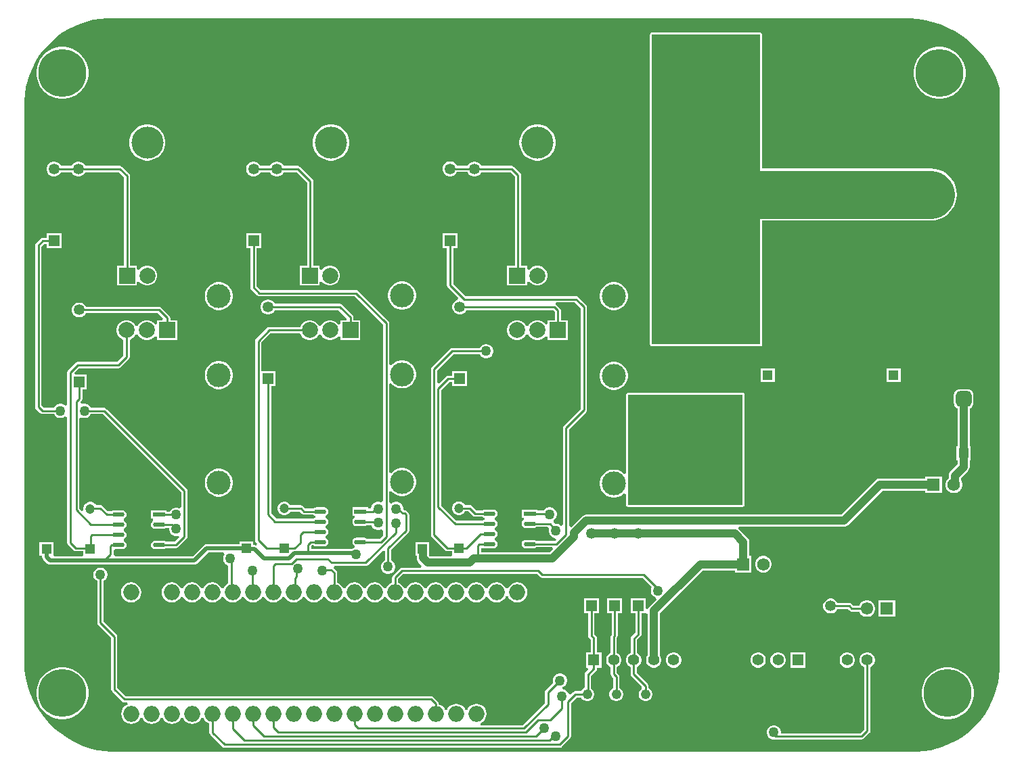
<source format=gbl>
G04*
G04 #@! TF.GenerationSoftware,Altium Limited,Altium Designer,24.8.2 (39)*
G04*
G04 Layer_Physical_Order=2*
G04 Layer_Color=16711680*
%FSLAX44Y44*%
%MOMM*%
G71*
G04*
G04 #@! TF.SameCoordinates,2ADF9C04-DE7E-4385-BC50-A77D5B0DFB63*
G04*
G04*
G04 #@! TF.FilePolarity,Positive*
G04*
G01*
G75*
%ADD12C,0.2540*%
%ADD17C,1.2000*%
%ADD18R,1.2000X1.2000*%
%ADD21C,2.0000*%
%ADD22R,2.0000X2.0000*%
%ADD23C,2.4500*%
%ADD24R,2.4500X2.4500*%
%ADD26C,1.5700*%
%ADD27R,1.5700X1.5700*%
%ADD28C,1.4000*%
%ADD29R,1.4000X1.4000*%
%ADD33R,1.2000X1.2000*%
%ADD36C,1.5500*%
%ADD37R,1.5500X1.5500*%
%ADD42C,1.0000*%
%ADD44C,0.5000*%
%ADD45C,3.0000*%
%ADD46O,2.0000X2.0000*%
%ADD47R,1.3500X1.3500*%
%ADD48C,1.3500*%
%ADD49R,1.3500X1.3500*%
%ADD50C,1.2100*%
G04:AMPARAMS|DCode=51|XSize=1.95mm|YSize=1.95mm|CornerRadius=0.4875mm|HoleSize=0mm|Usage=FLASHONLY|Rotation=90.000|XOffset=0mm|YOffset=0mm|HoleType=Round|Shape=RoundedRectangle|*
%AMROUNDEDRECTD51*
21,1,1.9500,0.9750,0,0,90.0*
21,1,0.9750,1.9500,0,0,90.0*
1,1,0.9750,0.4875,0.4875*
1,1,0.9750,0.4875,-0.4875*
1,1,0.9750,-0.4875,-0.4875*
1,1,0.9750,-0.4875,0.4875*
%
%ADD51ROUNDEDRECTD51*%
%ADD52C,1.9500*%
%ADD53O,2.4000X1.6000*%
%ADD54C,4.0000*%
%ADD55C,6.0000*%
%ADD56C,1.2700*%
%ADD57C,0.7500*%
G04:AMPARAMS|DCode=58|XSize=1.4946mm|YSize=0.5449mm|CornerRadius=0.2725mm|HoleSize=0mm|Usage=FLASHONLY|Rotation=180.000|XOffset=0mm|YOffset=0mm|HoleType=Round|Shape=RoundedRectangle|*
%AMROUNDEDRECTD58*
21,1,1.4946,0.0000,0,0,180.0*
21,1,0.9497,0.5449,0,0,180.0*
1,1,0.5449,-0.4749,0.0000*
1,1,0.5449,0.4749,0.0000*
1,1,0.5449,0.4749,0.0000*
1,1,0.5449,-0.4749,0.0000*
%
%ADD58ROUNDEDRECTD58*%
%ADD59R,1.4946X0.5449*%
%ADD60C,6.0000*%
G36*
X1117831Y1220966D02*
X1127453Y1219416D01*
X1136920Y1217104D01*
X1146172Y1214043D01*
X1155150Y1210254D01*
X1163798Y1205760D01*
X1172059Y1200591D01*
X1179882Y1194779D01*
X1187216Y1188362D01*
X1194015Y1181379D01*
X1200235Y1173877D01*
X1205836Y1165902D01*
X1210783Y1157506D01*
X1215045Y1148742D01*
X1218593Y1139665D01*
X1220000Y1135000D01*
X1220000D01*
X1220000Y1135000D01*
X1220000Y410718D01*
Y406497D01*
X1219338Y398082D01*
X1218017Y389745D01*
X1216047Y381537D01*
X1213438Y373509D01*
X1210208Y365710D01*
X1206376Y358189D01*
X1201965Y350992D01*
X1197003Y344162D01*
X1191521Y337744D01*
X1185552Y331775D01*
X1179134Y326293D01*
X1172305Y321331D01*
X1165107Y316921D01*
X1157586Y313088D01*
X1149787Y309858D01*
X1141759Y307250D01*
X1133551Y305279D01*
X1125214Y303958D01*
X1116799Y303296D01*
X1112578D01*
X251126Y303296D01*
X106710Y303301D01*
X101548Y303643D01*
X91328Y305255D01*
X81295Y307783D01*
X71530Y311206D01*
X62115Y315495D01*
X53124Y320616D01*
X44632Y326527D01*
X36708Y333179D01*
X29416Y340520D01*
X22815Y348488D01*
X16961Y357019D01*
X11899Y366043D01*
X7672Y375487D01*
X4315Y385274D01*
X1853Y395323D01*
X308Y405554D01*
X200Y407362D01*
X192Y407497D01*
X163Y408024D01*
X55Y410003D01*
X55Y413143D01*
X0Y1114423D01*
Y1118640D01*
X662Y1127047D01*
X1981Y1135376D01*
X3950Y1143576D01*
X6556Y1151597D01*
X9783Y1159388D01*
X13611Y1166902D01*
X18018Y1174092D01*
X22975Y1180915D01*
X28451Y1187327D01*
X34415Y1193291D01*
X40827Y1198767D01*
X47650Y1203724D01*
X54840Y1208131D01*
X62354Y1211959D01*
X70145Y1215186D01*
X78166Y1217792D01*
X86366Y1219761D01*
X94695Y1221080D01*
X103102Y1221742D01*
X107319D01*
X107319Y1221742D01*
X1103244Y1221744D01*
X1108117Y1221744D01*
X1117831Y1220966D01*
D02*
G37*
%LPC*%
G36*
X1147331Y1186010D02*
X1142209D01*
X1137151Y1185209D01*
X1132279Y1183626D01*
X1127716Y1181301D01*
X1123572Y1178290D01*
X1119950Y1174669D01*
X1116940Y1170525D01*
X1114614Y1165961D01*
X1113032Y1161090D01*
X1112230Y1156031D01*
Y1150909D01*
X1113032Y1145851D01*
X1114614Y1140979D01*
X1116940Y1136416D01*
X1119950Y1132272D01*
X1123572Y1128650D01*
X1127716Y1125640D01*
X1132279Y1123314D01*
X1137151Y1121732D01*
X1142209Y1120930D01*
X1147331D01*
X1152390Y1121732D01*
X1157261Y1123314D01*
X1161825Y1125640D01*
X1165969Y1128650D01*
X1169591Y1132272D01*
X1172601Y1136416D01*
X1174926Y1140979D01*
X1176509Y1145851D01*
X1177310Y1150909D01*
Y1156031D01*
X1176509Y1161090D01*
X1174926Y1165961D01*
X1172601Y1170525D01*
X1169591Y1174669D01*
X1165969Y1178290D01*
X1161825Y1181301D01*
X1157261Y1183626D01*
X1152390Y1185209D01*
X1147331Y1186010D01*
D02*
G37*
G36*
X50061Y1186010D02*
X44939D01*
X39880Y1185209D01*
X35009Y1183626D01*
X30445Y1181301D01*
X26302Y1178290D01*
X22680Y1174668D01*
X19669Y1170525D01*
X17344Y1165961D01*
X15761Y1161090D01*
X14960Y1156031D01*
Y1150909D01*
X15761Y1145850D01*
X17344Y1140979D01*
X19669Y1136415D01*
X22680Y1132271D01*
X26302Y1128650D01*
X30445Y1125639D01*
X35009Y1123314D01*
X39880Y1121731D01*
X44939Y1120930D01*
X50061D01*
X55120Y1121731D01*
X59991Y1123314D01*
X64555Y1125639D01*
X68698Y1128650D01*
X72320Y1132271D01*
X75331Y1136415D01*
X77656Y1140979D01*
X79239Y1145850D01*
X80040Y1150909D01*
Y1156031D01*
X79239Y1161090D01*
X77656Y1165961D01*
X75331Y1170525D01*
X72320Y1174668D01*
X68698Y1178290D01*
X64555Y1181301D01*
X59991Y1183626D01*
X55120Y1185209D01*
X50061Y1186010D01*
D02*
G37*
G36*
X644060Y1088660D02*
X639620D01*
X635266Y1087794D01*
X631163Y1086095D01*
X627472Y1083628D01*
X624332Y1080488D01*
X621866Y1076796D01*
X620166Y1072694D01*
X619300Y1068340D01*
Y1063900D01*
X620166Y1059545D01*
X621866Y1055443D01*
X624332Y1051751D01*
X627472Y1048612D01*
X631163Y1046145D01*
X635266Y1044446D01*
X639620Y1043580D01*
X644060D01*
X648415Y1044446D01*
X652517Y1046145D01*
X656209Y1048612D01*
X659348Y1051751D01*
X661815Y1055443D01*
X663514Y1059545D01*
X664380Y1063900D01*
Y1068340D01*
X663514Y1072694D01*
X661815Y1076796D01*
X659348Y1080488D01*
X656209Y1083628D01*
X652517Y1086095D01*
X648415Y1087794D01*
X644060Y1088660D01*
D02*
G37*
G36*
X385760D02*
X381320D01*
X376965Y1087794D01*
X372863Y1086095D01*
X369172Y1083628D01*
X366032Y1080488D01*
X363565Y1076796D01*
X361866Y1072694D01*
X361000Y1068340D01*
Y1063900D01*
X361866Y1059545D01*
X363565Y1055443D01*
X366032Y1051751D01*
X369172Y1048612D01*
X372863Y1046145D01*
X376965Y1044446D01*
X381320Y1043580D01*
X385760D01*
X390115Y1044446D01*
X394217Y1046145D01*
X397908Y1048612D01*
X401048Y1051751D01*
X403515Y1055443D01*
X405214Y1059545D01*
X406080Y1063900D01*
Y1068340D01*
X405214Y1072694D01*
X403515Y1076796D01*
X401048Y1080488D01*
X397908Y1083628D01*
X394217Y1086095D01*
X390115Y1087794D01*
X385760Y1088660D01*
D02*
G37*
G36*
X155890D02*
X151450D01*
X147095Y1087794D01*
X142993Y1086095D01*
X139302Y1083628D01*
X136162Y1080488D01*
X133695Y1076796D01*
X131996Y1072694D01*
X131130Y1068340D01*
Y1063900D01*
X131996Y1059545D01*
X133695Y1055443D01*
X136162Y1051751D01*
X139302Y1048612D01*
X142993Y1046145D01*
X147095Y1044446D01*
X151450Y1043580D01*
X155890D01*
X160245Y1044446D01*
X164347Y1046145D01*
X168038Y1048612D01*
X171178Y1051751D01*
X173645Y1055443D01*
X175344Y1059545D01*
X176210Y1063900D01*
Y1068340D01*
X175344Y1072694D01*
X173645Y1076796D01*
X171178Y1080488D01*
X168038Y1083628D01*
X164347Y1086095D01*
X160245Y1087794D01*
X155890Y1088660D01*
D02*
G37*
G36*
X316973Y1042290D02*
X314527D01*
X312164Y1041657D01*
X310046Y1040434D01*
X308316Y1038704D01*
X307266Y1036885D01*
X295191D01*
X294141Y1038704D01*
X292411Y1040434D01*
X290293Y1041657D01*
X287930Y1042290D01*
X285484D01*
X283121Y1041657D01*
X281003Y1040434D01*
X279273Y1038704D01*
X278050Y1036586D01*
X277417Y1034223D01*
Y1031777D01*
X278050Y1029414D01*
X279273Y1027296D01*
X281003Y1025566D01*
X283121Y1024343D01*
X285484Y1023710D01*
X287930D01*
X290293Y1024343D01*
X292411Y1025566D01*
X294141Y1027296D01*
X295191Y1029116D01*
X307266D01*
X308316Y1027296D01*
X310046Y1025566D01*
X312164Y1024343D01*
X314527Y1023710D01*
X316973D01*
X319336Y1024343D01*
X321454Y1025566D01*
X323184Y1027296D01*
X324234Y1029116D01*
X340391D01*
X353615Y1015891D01*
Y912100D01*
X344330D01*
Y887020D01*
X369410D01*
Y891674D01*
X371950Y892355D01*
X372235Y891860D01*
X374570Y889525D01*
X377430Y887874D01*
X380619Y887020D01*
X383921D01*
X387110Y887874D01*
X389970Y889525D01*
X392304Y891860D01*
X393955Y894719D01*
X394810Y897909D01*
Y901211D01*
X393955Y904400D01*
X392304Y907260D01*
X389970Y909594D01*
X387110Y911245D01*
X383921Y912100D01*
X380619D01*
X377430Y911245D01*
X374570Y909594D01*
X372235Y907260D01*
X371950Y906765D01*
X369410Y907446D01*
Y912100D01*
X361385D01*
Y1017500D01*
X361089Y1018987D01*
X360247Y1020247D01*
X344747Y1035747D01*
X343486Y1036589D01*
X342000Y1036885D01*
X324234D01*
X323184Y1038704D01*
X321454Y1040434D01*
X319336Y1041657D01*
X316973Y1042290D01*
D02*
G37*
G36*
X68723D02*
X66277D01*
X63914Y1041657D01*
X61796Y1040434D01*
X60066Y1038704D01*
X59016Y1036885D01*
X45484D01*
X44434Y1038704D01*
X42704Y1040434D01*
X40586Y1041657D01*
X38223Y1042290D01*
X35777D01*
X33414Y1041657D01*
X31296Y1040434D01*
X29566Y1038704D01*
X28343Y1036586D01*
X27710Y1034223D01*
Y1031777D01*
X28343Y1029414D01*
X29566Y1027296D01*
X31296Y1025566D01*
X33414Y1024343D01*
X35777Y1023710D01*
X38223D01*
X40586Y1024343D01*
X42704Y1025566D01*
X44434Y1027296D01*
X45484Y1029116D01*
X59016D01*
X60066Y1027296D01*
X61796Y1025566D01*
X63914Y1024343D01*
X66277Y1023710D01*
X68723D01*
X71086Y1024343D01*
X73204Y1025566D01*
X74934Y1027296D01*
X75984Y1029116D01*
X117891D01*
X124385Y1022621D01*
Y912100D01*
X115730D01*
Y887020D01*
X140810D01*
Y891674D01*
X143350Y892355D01*
X143636Y891861D01*
X145970Y889526D01*
X148830Y887875D01*
X152019Y887020D01*
X155321D01*
X158510Y887875D01*
X161370Y889526D01*
X163704Y891861D01*
X165355Y894720D01*
X166210Y897909D01*
Y901211D01*
X165355Y904401D01*
X163704Y907260D01*
X161370Y909595D01*
X158510Y911246D01*
X155321Y912100D01*
X152019D01*
X148830Y911246D01*
X145970Y909595D01*
X143636Y907260D01*
X143350Y906766D01*
X140810Y907446D01*
Y912100D01*
X132155D01*
Y1024230D01*
X131859Y1025717D01*
X131017Y1026977D01*
X122247Y1035747D01*
X120986Y1036589D01*
X119500Y1036885D01*
X75984D01*
X74934Y1038704D01*
X73204Y1040434D01*
X71086Y1041657D01*
X68723Y1042290D01*
D02*
G37*
G36*
X533723Y1042540D02*
X531277D01*
X528914Y1041907D01*
X526796Y1040684D01*
X525066Y1038954D01*
X523843Y1036836D01*
X523210Y1034473D01*
Y1032027D01*
X523843Y1029664D01*
X525066Y1027546D01*
X526796Y1025816D01*
X528914Y1024593D01*
X531277Y1023960D01*
X533723D01*
X536086Y1024593D01*
X538204Y1025816D01*
X539934Y1027546D01*
X540912Y1029240D01*
X554444D01*
X555566Y1027296D01*
X557296Y1025566D01*
X559414Y1024343D01*
X561777Y1023710D01*
X564223D01*
X566586Y1024343D01*
X568704Y1025566D01*
X570434Y1027296D01*
X571484Y1029116D01*
X607891D01*
X613615Y1023391D01*
Y912100D01*
X603899D01*
Y887020D01*
X628979D01*
Y891674D01*
X631519Y892355D01*
X631805Y891860D01*
X634140Y889525D01*
X636999Y887874D01*
X640188Y887020D01*
X643490D01*
X646680Y887874D01*
X649539Y889525D01*
X651874Y891860D01*
X653525Y894719D01*
X654379Y897909D01*
Y901211D01*
X653525Y904400D01*
X651874Y907260D01*
X649539Y909594D01*
X646680Y911245D01*
X643490Y912100D01*
X640188D01*
X636999Y911245D01*
X634140Y909594D01*
X631805Y907260D01*
X631519Y906765D01*
X628979Y907446D01*
Y912100D01*
X621385D01*
Y1025000D01*
X621089Y1026487D01*
X620247Y1027747D01*
X612247Y1035747D01*
X610986Y1036589D01*
X609500Y1036885D01*
X571484D01*
X570434Y1038704D01*
X568704Y1040434D01*
X566586Y1041657D01*
X564223Y1042290D01*
X561777D01*
X559414Y1041657D01*
X557296Y1040434D01*
X555566Y1038704D01*
X554588Y1037010D01*
X541056D01*
X539934Y1038954D01*
X538204Y1040684D01*
X536086Y1041907D01*
X533723Y1042540D01*
D02*
G37*
G36*
X474227Y892090D02*
X470772D01*
X467384Y891416D01*
X464192Y890094D01*
X461319Y888174D01*
X458876Y885731D01*
X456956Y882858D01*
X455634Y879666D01*
X454960Y876277D01*
Y872822D01*
X455634Y869434D01*
X456956Y866242D01*
X458876Y863369D01*
X461319Y860926D01*
X464192Y859006D01*
X467384Y857684D01*
X470772Y857010D01*
X474227D01*
X477616Y857684D01*
X480808Y859006D01*
X483681Y860926D01*
X486124Y863369D01*
X488044Y866242D01*
X489366Y869434D01*
X490040Y872822D01*
Y876277D01*
X489366Y879666D01*
X488044Y882858D01*
X486124Y885731D01*
X483681Y888174D01*
X480808Y890094D01*
X477616Y891416D01*
X474227Y892090D01*
D02*
G37*
G36*
X738998Y891340D02*
X735543D01*
X732154Y890666D01*
X728962Y889343D01*
X726089Y887424D01*
X723646Y884981D01*
X721726Y882108D01*
X720404Y878916D01*
X719730Y875527D01*
Y872072D01*
X720404Y868683D01*
X721726Y865491D01*
X723646Y862618D01*
X726089Y860175D01*
X728962Y858256D01*
X732154Y856934D01*
X735543Y856260D01*
X738998D01*
X742386Y856934D01*
X745578Y858256D01*
X748451Y860175D01*
X750894Y862618D01*
X752814Y865491D01*
X754136Y868683D01*
X754810Y872072D01*
Y875527D01*
X754136Y878916D01*
X752814Y882108D01*
X750894Y884981D01*
X748451Y887424D01*
X745578Y889343D01*
X742386Y890666D01*
X738998Y891340D01*
D02*
G37*
G36*
X244978D02*
X241523D01*
X238134Y890666D01*
X234942Y889343D01*
X232069Y887424D01*
X229626Y884981D01*
X227707Y882108D01*
X226384Y878916D01*
X225710Y875527D01*
Y872072D01*
X226384Y868683D01*
X227707Y865491D01*
X229626Y862618D01*
X232069Y860175D01*
X234942Y858256D01*
X238134Y856934D01*
X241523Y856260D01*
X244978D01*
X248366Y856934D01*
X251558Y858256D01*
X254431Y860175D01*
X256874Y862618D01*
X258794Y865491D01*
X260116Y868683D01*
X260790Y872072D01*
Y875527D01*
X260116Y878916D01*
X258794Y882108D01*
X256874Y884981D01*
X254431Y887424D01*
X251558Y889343D01*
X248366Y890666D01*
X244978Y891340D01*
D02*
G37*
G36*
X920480Y1204186D02*
X785250D01*
X784259Y1203988D01*
X783419Y1203427D01*
X782857Y1202587D01*
X782660Y1201596D01*
Y813404D01*
X782857Y812413D01*
X783419Y811573D01*
X784259Y811012D01*
X785250Y810814D01*
X920480D01*
X921471Y811012D01*
X922311Y811573D01*
X922872Y812413D01*
X923070Y813404D01*
Y968552D01*
X1133807D01*
X1138913Y968954D01*
X1143894Y970149D01*
X1148626Y972109D01*
X1152993Y974786D01*
X1156888Y978112D01*
X1160214Y982007D01*
X1162890Y986374D01*
X1164850Y991106D01*
X1166046Y996086D01*
X1166448Y1001192D01*
X1166046Y1006298D01*
X1164850Y1011279D01*
X1162890Y1016011D01*
X1160214Y1020378D01*
X1156888Y1024273D01*
X1152993Y1027599D01*
X1148626Y1030275D01*
X1143894Y1032235D01*
X1138913Y1033431D01*
X1133807Y1033833D01*
X923070D01*
Y1201596D01*
X922872Y1202587D01*
X922311Y1203427D01*
X921471Y1203988D01*
X920480Y1204186D01*
D02*
G37*
G36*
X541790Y952540D02*
X523210D01*
Y933960D01*
X528615D01*
Y887500D01*
X528911Y886014D01*
X529753Y884753D01*
X542588Y871918D01*
X541829Y869085D01*
X541164Y868907D01*
X539046Y867684D01*
X537316Y865955D01*
X536093Y863836D01*
X535460Y861473D01*
Y859027D01*
X536093Y856665D01*
X537316Y854546D01*
X539046Y852816D01*
X541164Y851593D01*
X543527Y850960D01*
X545973D01*
X548336Y851593D01*
X550454Y852816D01*
X552184Y854546D01*
X553235Y856366D01*
X661392D01*
X663355Y854403D01*
Y843640D01*
X654699D01*
Y838986D01*
X652159Y838305D01*
X651874Y838800D01*
X649539Y841135D01*
X646680Y842786D01*
X643490Y843640D01*
X640188D01*
X636999Y842786D01*
X634140Y841135D01*
X631805Y838800D01*
X630553Y836631D01*
X629799Y836417D01*
X628479D01*
X627726Y836631D01*
X626474Y838800D01*
X624139Y841135D01*
X621279Y842786D01*
X618090Y843640D01*
X614788D01*
X611599Y842786D01*
X608740Y841135D01*
X606405Y838800D01*
X604754Y835940D01*
X603899Y832751D01*
Y829449D01*
X604754Y826260D01*
X606405Y823400D01*
X608740Y821066D01*
X611599Y819415D01*
X614788Y818560D01*
X618090D01*
X621279Y819415D01*
X624139Y821066D01*
X626474Y823400D01*
X627726Y825569D01*
X628479Y825784D01*
X629799D01*
X630553Y825569D01*
X631805Y823400D01*
X634140Y821066D01*
X636999Y819415D01*
X640188Y818560D01*
X643490D01*
X646680Y819415D01*
X649539Y821066D01*
X651874Y823400D01*
X652159Y823895D01*
X654699Y823214D01*
Y818560D01*
X679779D01*
Y843640D01*
X671124D01*
Y856012D01*
X670828Y857499D01*
X669986Y858759D01*
X665748Y862997D01*
X664883Y863575D01*
X665012Y865299D01*
X665305Y866115D01*
X688391D01*
X692878Y861628D01*
X692878Y861628D01*
X696115Y858391D01*
Y732859D01*
X674913Y711657D01*
X674071Y710397D01*
X673775Y708910D01*
Y587389D01*
X671235Y586337D01*
X670459Y587114D01*
X668431Y588284D01*
X666170Y588890D01*
X663830D01*
X663600Y588829D01*
X661652Y590646D01*
X662017Y593103D01*
X662476Y593368D01*
X664131Y595024D01*
X665302Y597051D01*
X665908Y599312D01*
Y601653D01*
X665302Y603914D01*
X664131Y605941D01*
X662476Y607596D01*
X660449Y608766D01*
X658188Y609372D01*
X655847D01*
X653586Y608766D01*
X651559Y607596D01*
X649904Y605941D01*
X649467Y605184D01*
X642071D01*
Y606564D01*
X622044D01*
Y596035D01*
X624624D01*
X625198Y593686D01*
X625159Y593495D01*
X623513Y592395D01*
X622350Y590654D01*
X621941Y588600D01*
X622350Y586546D01*
X623513Y584804D01*
X625255Y583641D01*
X627309Y583232D01*
X636806D01*
X638860Y583641D01*
X640469Y584715D01*
X654524D01*
X654913Y584487D01*
X656448Y582433D01*
X656110Y581170D01*
Y578830D01*
X656716Y576569D01*
X657886Y574541D01*
X659541Y572886D01*
X661569Y571716D01*
X663830Y571110D01*
X664142D01*
X665135Y568823D01*
X663743Y567084D01*
X640469D01*
X638860Y568159D01*
X636806Y568568D01*
X627309D01*
X625255Y568159D01*
X623513Y566995D01*
X622350Y565254D01*
X621941Y563200D01*
X622350Y561146D01*
X623513Y559404D01*
X625255Y558241D01*
X627309Y557832D01*
X636806D01*
X638860Y558241D01*
X640469Y559315D01*
X660241D01*
X661213Y556968D01*
X656850Y552605D01*
X571385D01*
Y558355D01*
X573925Y559053D01*
X575140Y558241D01*
X577194Y557832D01*
X586691D01*
X588745Y558241D01*
X590487Y559404D01*
X591650Y561146D01*
X592059Y563200D01*
X591650Y565254D01*
X590487Y566995D01*
X588745Y568159D01*
X588263Y568255D01*
Y570845D01*
X588745Y570941D01*
X590487Y572104D01*
X591650Y573846D01*
X592059Y575900D01*
X591650Y577954D01*
X590487Y579695D01*
X588745Y580859D01*
X588263Y580955D01*
Y583545D01*
X588745Y583641D01*
X590487Y584804D01*
X591650Y586546D01*
X592059Y588600D01*
X591650Y590654D01*
X590487Y592395D01*
X588745Y593559D01*
X588263Y593655D01*
Y596245D01*
X588745Y596341D01*
X590487Y597504D01*
X591650Y599246D01*
X592059Y601300D01*
X591650Y603354D01*
X590487Y605095D01*
X588745Y606259D01*
X586691Y606668D01*
X577194D01*
X575140Y606259D01*
X573532Y605184D01*
X565309D01*
X559497Y610997D01*
X558236Y611839D01*
X556750Y612135D01*
X551118D01*
X550334Y613494D01*
X548744Y615084D01*
X546796Y616208D01*
X544624Y616790D01*
X542376D01*
X540204Y616208D01*
X538256Y615084D01*
X536666Y613494D01*
X535542Y611547D01*
X534960Y609375D01*
Y607126D01*
X535542Y604954D01*
X536666Y603007D01*
X538256Y601417D01*
X540204Y600292D01*
X542376Y599710D01*
X544624D01*
X546796Y600292D01*
X548744Y601417D01*
X550334Y603007D01*
X551118Y604366D01*
X555141D01*
X560953Y598553D01*
X562214Y597711D01*
X563700Y597415D01*
X573532D01*
X575140Y596341D01*
X575622Y596245D01*
Y593655D01*
X575140Y593559D01*
X573532Y592484D01*
X540509D01*
X521385Y611609D01*
Y755891D01*
X531859Y766365D01*
X535460D01*
Y760960D01*
X554040D01*
Y779540D01*
X535460D01*
Y774135D01*
X530250D01*
X528763Y773839D01*
X527503Y772997D01*
X518651Y764145D01*
X516305Y765117D01*
Y780898D01*
X536522Y801115D01*
X569478D01*
X570386Y799541D01*
X572041Y797886D01*
X574069Y796716D01*
X576330Y796110D01*
X578670D01*
X580931Y796716D01*
X582959Y797886D01*
X584614Y799541D01*
X585784Y801569D01*
X586390Y803830D01*
Y806170D01*
X585784Y808431D01*
X584614Y810459D01*
X582959Y812114D01*
X580931Y813284D01*
X578670Y813890D01*
X576330D01*
X574069Y813284D01*
X572041Y812114D01*
X570386Y810459D01*
X569478Y808885D01*
X534913D01*
X533427Y808589D01*
X532166Y807747D01*
X509673Y785254D01*
X508831Y783993D01*
X508535Y782507D01*
Y575080D01*
X508831Y573594D01*
X509673Y572333D01*
X526503Y555503D01*
X527764Y554661D01*
X529250Y554365D01*
X534960D01*
Y549710D01*
X533909Y547605D01*
X507508D01*
X506105Y549008D01*
Y556500D01*
X506040Y556994D01*
Y566040D01*
X488960D01*
Y548960D01*
X490895D01*
Y545858D01*
X491154Y543890D01*
X491914Y542056D01*
X493122Y540480D01*
X497178Y536425D01*
X496126Y533885D01*
X472500D01*
X471013Y533589D01*
X469753Y532747D01*
X461095Y524089D01*
X460253Y522828D01*
X459957Y521342D01*
Y514748D01*
X457518Y513737D01*
X454898Y511727D01*
X452888Y509108D01*
X452516Y508210D01*
X449767D01*
X449395Y509108D01*
X447385Y511727D01*
X444766Y513737D01*
X441715Y515001D01*
X438442Y515432D01*
X435168Y515001D01*
X432118Y513737D01*
X429498Y511727D01*
X427488Y509108D01*
X427116Y508210D01*
X424367D01*
X423995Y509108D01*
X421985Y511727D01*
X419366Y513737D01*
X416315Y515001D01*
X413042Y515432D01*
X409768Y515001D01*
X406717Y513737D01*
X404098Y511727D01*
X402088Y509108D01*
X401716Y508210D01*
X398967D01*
X398595Y509108D01*
X396585Y511727D01*
X393966Y513737D01*
X391526Y514748D01*
Y527358D01*
X391231Y528845D01*
X390388Y530105D01*
X387078Y533415D01*
X387431Y534993D01*
X388048Y535955D01*
X427024D01*
X428511Y536251D01*
X429771Y537093D01*
X448575Y555897D01*
X451115Y554845D01*
Y542783D01*
X449541Y541874D01*
X447886Y540219D01*
X446716Y538191D01*
X446110Y535930D01*
Y533590D01*
X446716Y531329D01*
X447886Y529301D01*
X449541Y527646D01*
X451569Y526476D01*
X453830Y525870D01*
X456170D01*
X458431Y526476D01*
X460459Y527646D01*
X462114Y529301D01*
X463284Y531329D01*
X463890Y533590D01*
Y535930D01*
X463284Y538191D01*
X462114Y540219D01*
X460459Y541874D01*
X458885Y542783D01*
Y556016D01*
X480247Y577378D01*
X481089Y578638D01*
X481385Y580125D01*
Y600000D01*
X481089Y601487D01*
X480247Y602747D01*
X478283Y604711D01*
X477023Y605553D01*
X475536Y605849D01*
X474894D01*
X473890Y606853D01*
Y608670D01*
X473284Y610931D01*
X472114Y612959D01*
X470459Y614614D01*
X468431Y615784D01*
X466170Y616390D01*
X463830D01*
X461569Y615784D01*
X459541Y614614D01*
X459085Y614157D01*
X456545Y615209D01*
Y628755D01*
X458206Y629528D01*
X459085Y629630D01*
X461319Y627396D01*
X464192Y625476D01*
X467384Y624154D01*
X470772Y623480D01*
X474227D01*
X477616Y624154D01*
X480808Y625476D01*
X483681Y627396D01*
X486124Y629839D01*
X488044Y632711D01*
X489366Y635904D01*
X490040Y639292D01*
Y642747D01*
X489366Y646136D01*
X488044Y649328D01*
X486124Y652201D01*
X483681Y654644D01*
X480808Y656563D01*
X477616Y657886D01*
X474227Y658560D01*
X470772D01*
X467384Y657886D01*
X464192Y656563D01*
X461319Y654644D01*
X459085Y652410D01*
X458206Y652512D01*
X456545Y653284D01*
Y763656D01*
X458206Y764428D01*
X459085Y764530D01*
X461319Y762296D01*
X464192Y760377D01*
X467384Y759054D01*
X470772Y758380D01*
X474227D01*
X477616Y759054D01*
X480808Y760377D01*
X483681Y762296D01*
X486124Y764739D01*
X488044Y767612D01*
X489366Y770804D01*
X490040Y774193D01*
Y777648D01*
X489366Y781036D01*
X488044Y784229D01*
X486124Y787101D01*
X483681Y789544D01*
X480808Y791464D01*
X477616Y792786D01*
X474227Y793460D01*
X470772D01*
X467384Y792786D01*
X464192Y791464D01*
X461319Y789544D01*
X459085Y787310D01*
X458206Y787412D01*
X456545Y788185D01*
Y839840D01*
X456249Y841327D01*
X455407Y842587D01*
X417747Y880247D01*
X416487Y881089D01*
X415000Y881385D01*
X295597D01*
X290592Y886390D01*
Y933710D01*
X295997D01*
Y952290D01*
X277417D01*
Y933710D01*
X282822D01*
Y884781D01*
X283118Y883294D01*
X283960Y882034D01*
X291241Y874753D01*
X292501Y873911D01*
X293988Y873615D01*
X413391D01*
X448775Y838231D01*
Y617075D01*
X446235Y615609D01*
X445931Y615784D01*
X443670Y616390D01*
X441330D01*
X439069Y615784D01*
X437041Y614614D01*
X435386Y612959D01*
X434216Y610931D01*
X433610Y608670D01*
Y607935D01*
X430321D01*
Y609315D01*
X410294D01*
Y598786D01*
X412874D01*
X413448Y596437D01*
X413409Y596245D01*
X411763Y595146D01*
X410600Y593404D01*
X410191Y591350D01*
X410600Y589296D01*
X411763Y587555D01*
X413505Y586391D01*
X415559Y585982D01*
X425056D01*
X427110Y586391D01*
X427885Y586909D01*
X434125D01*
X434216Y586569D01*
X435386Y584541D01*
X437041Y582886D01*
X439069Y581716D01*
X441330Y581110D01*
X443670D01*
X445931Y581716D01*
X446235Y581891D01*
X448775Y580425D01*
Y574269D01*
X444341Y569835D01*
X428718D01*
X427110Y570909D01*
X425056Y571318D01*
X415559D01*
X413505Y570909D01*
X411763Y569746D01*
X410600Y568004D01*
X410191Y565950D01*
X410600Y563896D01*
X411763Y562155D01*
X413033Y561306D01*
X413057Y559425D01*
X412827Y558621D01*
X411569Y558284D01*
X409541Y557114D01*
X409294Y556867D01*
X358885D01*
Y560891D01*
X360059Y562065D01*
X361781D01*
X363390Y560991D01*
X365444Y560582D01*
X374941D01*
X376995Y560991D01*
X378736Y562155D01*
X379900Y563896D01*
X380309Y565950D01*
X379900Y568004D01*
X378736Y569746D01*
X376995Y570909D01*
X376513Y571005D01*
Y573595D01*
X376995Y573691D01*
X378736Y574855D01*
X379900Y576596D01*
X380309Y578650D01*
X379900Y580704D01*
X378736Y582446D01*
X376995Y583609D01*
X376513Y583705D01*
Y586295D01*
X376995Y586391D01*
X378736Y587555D01*
X379900Y589296D01*
X380309Y591350D01*
X379900Y593404D01*
X378736Y595146D01*
X376995Y596309D01*
X376513Y596405D01*
Y598995D01*
X376995Y599091D01*
X378736Y600255D01*
X379900Y601996D01*
X380309Y604050D01*
X379900Y606104D01*
X378736Y607846D01*
X376995Y609009D01*
X374941Y609418D01*
X365444D01*
X363390Y609009D01*
X361781Y607935D01*
X351559D01*
X348747Y610747D01*
X347487Y611589D01*
X346000Y611884D01*
X332868D01*
X332084Y613243D01*
X330494Y614833D01*
X328546Y615958D01*
X326374Y616540D01*
X324126D01*
X321954Y615958D01*
X320006Y614833D01*
X318416Y613243D01*
X317292Y611296D01*
X316710Y609124D01*
Y606875D01*
X317292Y604703D01*
X318416Y602756D01*
X320006Y601166D01*
X321954Y600042D01*
X324126Y599460D01*
X326374D01*
X328546Y600042D01*
X330494Y601166D01*
X332084Y602756D01*
X332868Y604115D01*
X344391D01*
X347203Y601303D01*
X348463Y600461D01*
X349950Y600165D01*
X361781D01*
X363390Y599091D01*
X363872Y598995D01*
Y596405D01*
X363390Y596309D01*
X361781Y595235D01*
X315259D01*
X308635Y601859D01*
Y760960D01*
X314040D01*
Y779540D01*
X296385D01*
Y815891D01*
X307709Y827215D01*
X344929D01*
X345185Y826260D01*
X346836Y823400D01*
X349170Y821066D01*
X352030Y819415D01*
X355219Y818560D01*
X358521D01*
X361710Y819415D01*
X364570Y821066D01*
X366904Y823400D01*
X368157Y825569D01*
X368910Y825784D01*
X370230D01*
X370983Y825569D01*
X372235Y823400D01*
X374570Y821066D01*
X377430Y819415D01*
X380619Y818560D01*
X383921D01*
X387110Y819415D01*
X389970Y821066D01*
X392304Y823400D01*
X392590Y823895D01*
X395130Y823214D01*
Y818560D01*
X420210D01*
Y843640D01*
X411555D01*
Y847330D01*
X411259Y848816D01*
X410417Y850077D01*
X397496Y862997D01*
X396236Y863839D01*
X394749Y864135D01*
X313235D01*
X312184Y865955D01*
X310454Y867684D01*
X308336Y868907D01*
X305973Y869540D01*
X303527D01*
X301164Y868907D01*
X299046Y867684D01*
X297316Y865955D01*
X296093Y863836D01*
X295460Y861473D01*
Y859027D01*
X296093Y856665D01*
X297316Y854546D01*
X299046Y852816D01*
X301164Y851593D01*
X303527Y850960D01*
X305973D01*
X308336Y851593D01*
X310454Y852816D01*
X312184Y854546D01*
X313235Y856366D01*
X393140D01*
X403326Y846180D01*
X402676Y843640D01*
X395130D01*
Y838986D01*
X392590Y838305D01*
X392304Y838800D01*
X389970Y841135D01*
X387110Y842786D01*
X383921Y843640D01*
X380619D01*
X377430Y842786D01*
X374570Y841135D01*
X372235Y838800D01*
X370983Y836631D01*
X370230Y836417D01*
X368910D01*
X368157Y836631D01*
X366904Y838800D01*
X364570Y841135D01*
X361710Y842786D01*
X358521Y843640D01*
X355219D01*
X352030Y842786D01*
X349170Y841135D01*
X346836Y838800D01*
X345185Y835940D01*
X344929Y834985D01*
X306100D01*
X304614Y834689D01*
X303353Y833847D01*
X289753Y820247D01*
X288911Y818987D01*
X288615Y817500D01*
Y568250D01*
X288911Y566763D01*
X289753Y565503D01*
X291507Y563750D01*
X290038Y561676D01*
X288071Y562067D01*
X286040D01*
Y566540D01*
X268960D01*
Y563139D01*
X228000D01*
X226033Y562747D01*
X224366Y561633D01*
X210371Y547639D01*
X113327D01*
X113135Y547737D01*
X111385Y550000D01*
Y555350D01*
X113251Y556882D01*
X122748D01*
X124802Y557291D01*
X126544Y558454D01*
X127708Y560196D01*
X128116Y562250D01*
X127708Y564304D01*
X126544Y566045D01*
X124802Y567209D01*
X124320Y567305D01*
Y569895D01*
X124802Y569991D01*
X126544Y571154D01*
X127708Y572896D01*
X128116Y574950D01*
X127708Y577004D01*
X126544Y578745D01*
X124802Y579909D01*
X124320Y580005D01*
Y582595D01*
X124802Y582691D01*
X126544Y583854D01*
X127708Y585596D01*
X128116Y587650D01*
X127708Y589704D01*
X126544Y591445D01*
X124802Y592609D01*
X124320Y592705D01*
Y595295D01*
X124802Y595391D01*
X126544Y596554D01*
X127708Y598296D01*
X128116Y600350D01*
X127708Y602404D01*
X126544Y604145D01*
X124802Y605309D01*
X122748Y605718D01*
X113251D01*
X111197Y605309D01*
X109589Y604235D01*
X104459D01*
X97696Y610997D01*
X96436Y611839D01*
X94949Y612135D01*
X89685D01*
X89334Y612744D01*
X87744Y614334D01*
X85796Y615458D01*
X83624Y616040D01*
X81376D01*
X79204Y615458D01*
X77256Y614334D01*
X75666Y612744D01*
X74542Y610797D01*
X73960Y608625D01*
Y606376D01*
X74052Y606034D01*
X71775Y604719D01*
X68725Y607769D01*
Y720425D01*
X71265Y721891D01*
X71569Y721716D01*
X73830Y721110D01*
X76170D01*
X78431Y721716D01*
X80459Y722886D01*
X82114Y724541D01*
X83022Y726115D01*
X98391D01*
X196275Y628231D01*
Y609575D01*
X193735Y608109D01*
X193431Y608284D01*
X191170Y608890D01*
X188830D01*
X186569Y608284D01*
X184541Y607114D01*
X182886Y605459D01*
X182078Y604060D01*
X178129D01*
Y605615D01*
X158102D01*
Y595085D01*
X160682D01*
X161256Y592736D01*
X161217Y592545D01*
X159571Y591445D01*
X158408Y589704D01*
X157999Y587650D01*
X158408Y585596D01*
X159571Y583854D01*
X161313Y582691D01*
X163367Y582282D01*
X172864D01*
X174918Y582691D01*
X176526Y583765D01*
X181037D01*
X181110Y583670D01*
Y581330D01*
X181716Y579069D01*
X182886Y577041D01*
X184541Y575386D01*
X186569Y574216D01*
X188830Y573610D01*
X191170D01*
X192337Y573923D01*
X193652Y571645D01*
X188141Y566134D01*
X176526D01*
X174918Y567209D01*
X172864Y567618D01*
X163367D01*
X161313Y567209D01*
X159571Y566045D01*
X158408Y564304D01*
X157999Y562250D01*
X158408Y560196D01*
X159571Y558454D01*
X161313Y557291D01*
X163367Y556882D01*
X172864D01*
X174918Y557291D01*
X176526Y558365D01*
X189750D01*
X191236Y558661D01*
X192497Y559503D01*
X202907Y569913D01*
X203749Y571173D01*
X204045Y572660D01*
Y629840D01*
X203749Y631327D01*
X202907Y632587D01*
X102747Y732747D01*
X101487Y733589D01*
X100000Y733885D01*
X83022D01*
X82114Y735459D01*
X80459Y737114D01*
X78431Y738284D01*
X76170Y738890D01*
X73830D01*
X73342Y738759D01*
X70579Y740451D01*
X70549Y740517D01*
X70415Y741532D01*
X71497Y742614D01*
X72339Y743874D01*
X72635Y745361D01*
Y757210D01*
X78040D01*
Y775790D01*
X63864D01*
X62811Y778330D01*
X68097Y783615D01*
X117500D01*
X118987Y783911D01*
X120247Y784753D01*
X130554Y795060D01*
X131396Y796320D01*
X131692Y797807D01*
Y819159D01*
X132647Y819415D01*
X135507Y821066D01*
X137841Y823401D01*
X139094Y825570D01*
X139847Y825784D01*
X141167D01*
X141920Y825570D01*
X143172Y823401D01*
X145507Y821066D01*
X148367Y819415D01*
X151556Y818561D01*
X154858D01*
X158047Y819415D01*
X160907Y821066D01*
X163241Y823401D01*
X163527Y823895D01*
X166067Y823215D01*
Y818561D01*
X191147D01*
Y843641D01*
X182492D01*
Y846393D01*
X182196Y847880D01*
X181354Y849140D01*
X171247Y859247D01*
X169986Y860089D01*
X168500Y860385D01*
X77235D01*
X76184Y862204D01*
X74454Y863934D01*
X72336Y865157D01*
X69973Y865790D01*
X67527D01*
X65164Y865157D01*
X63046Y863934D01*
X61316Y862204D01*
X60093Y860086D01*
X59460Y857723D01*
Y855277D01*
X60093Y852914D01*
X61316Y850796D01*
X63046Y849066D01*
X65164Y847843D01*
X67527Y847210D01*
X69973D01*
X72336Y847843D01*
X74454Y849066D01*
X76184Y850796D01*
X77235Y852616D01*
X166891D01*
X173326Y846181D01*
X172274Y843641D01*
X166067D01*
Y838986D01*
X163527Y838306D01*
X163241Y838800D01*
X160907Y841135D01*
X158047Y842786D01*
X154858Y843641D01*
X151556D01*
X148367Y842786D01*
X145507Y841135D01*
X143172Y838800D01*
X141920Y836631D01*
X141167Y836417D01*
X139847D01*
X139094Y836631D01*
X137841Y838800D01*
X135507Y841135D01*
X132647Y842786D01*
X129458Y843641D01*
X126156D01*
X122967Y842786D01*
X120107Y841135D01*
X117772Y838800D01*
X116122Y835941D01*
X115267Y832751D01*
Y829450D01*
X116122Y826260D01*
X117772Y823401D01*
X120107Y821066D01*
X122967Y819415D01*
X123922Y819159D01*
Y799416D01*
X115891Y791385D01*
X66488D01*
X65001Y791089D01*
X63741Y790247D01*
X54753Y781259D01*
X53911Y779999D01*
X53615Y778512D01*
Y737549D01*
X51075Y736497D01*
X50459Y737114D01*
X48431Y738284D01*
X46170Y738890D01*
X43830D01*
X41569Y738284D01*
X39541Y737114D01*
X37886Y735459D01*
X36978Y733885D01*
X24109D01*
X21385Y736609D01*
Y935891D01*
X24609Y939115D01*
X27710D01*
Y933710D01*
X46290D01*
Y952290D01*
X27710D01*
Y946885D01*
X23000D01*
X21513Y946589D01*
X20253Y945747D01*
X14753Y940247D01*
X13911Y938987D01*
X13615Y937500D01*
Y735000D01*
X13911Y733513D01*
X14753Y732253D01*
X19753Y727253D01*
X21013Y726411D01*
X22500Y726115D01*
X36978D01*
X37886Y724541D01*
X39541Y722886D01*
X41569Y721716D01*
X43830Y721110D01*
X46170D01*
X48431Y721716D01*
X50459Y722886D01*
X51075Y723503D01*
X53615Y722451D01*
Y565000D01*
X53911Y563513D01*
X54753Y562253D01*
X61503Y555503D01*
X62764Y554661D01*
X64250Y554365D01*
X73960D01*
X73960Y548960D01*
X71967Y547639D01*
X38033D01*
X36040Y548960D01*
Y566040D01*
X18960D01*
Y548960D01*
X22361D01*
Y547090D01*
X22752Y545124D01*
X23866Y543457D01*
X28457Y538866D01*
X30124Y537752D01*
X32090Y537361D01*
X212500D01*
X214466Y537752D01*
X216134Y538866D01*
X230128Y552861D01*
X249196D01*
X250152Y550932D01*
X250307Y550321D01*
X249216Y548431D01*
X248610Y546170D01*
Y543830D01*
X249216Y541569D01*
X250386Y539541D01*
X252041Y537886D01*
X254069Y536716D01*
X255186Y536416D01*
Y514097D01*
X254317Y513737D01*
X251698Y511727D01*
X249688Y509108D01*
X249316Y508210D01*
X246567D01*
X246195Y509108D01*
X244185Y511727D01*
X241566Y513737D01*
X238515Y515001D01*
X235242Y515432D01*
X231968Y515001D01*
X228918Y513737D01*
X226298Y511727D01*
X224288Y509108D01*
X223916Y508210D01*
X221167D01*
X220795Y509108D01*
X218785Y511727D01*
X216166Y513737D01*
X213115Y515001D01*
X209842Y515432D01*
X206568Y515001D01*
X203517Y513737D01*
X200898Y511727D01*
X198888Y509108D01*
X198516Y508210D01*
X195767D01*
X195395Y509108D01*
X193385Y511727D01*
X190766Y513737D01*
X187715Y515001D01*
X184442Y515432D01*
X181168Y515001D01*
X178118Y513737D01*
X175498Y511727D01*
X173488Y509108D01*
X172224Y506057D01*
X171793Y502783D01*
X172224Y499510D01*
X173488Y496459D01*
X175498Y493840D01*
X178118Y491830D01*
X181168Y490566D01*
X184442Y490135D01*
X187715Y490566D01*
X190766Y491830D01*
X193385Y493840D01*
X195395Y496459D01*
X195767Y497357D01*
X198516D01*
X198888Y496459D01*
X200898Y493840D01*
X203517Y491830D01*
X206568Y490566D01*
X209842Y490135D01*
X213115Y490566D01*
X216166Y491830D01*
X218785Y493840D01*
X220795Y496459D01*
X221167Y497357D01*
X223916D01*
X224288Y496459D01*
X226298Y493840D01*
X228918Y491830D01*
X231968Y490566D01*
X235242Y490135D01*
X238515Y490566D01*
X241566Y491830D01*
X244185Y493840D01*
X246195Y496459D01*
X246567Y497357D01*
X249316D01*
X249688Y496459D01*
X251698Y493840D01*
X254317Y491830D01*
X257368Y490566D01*
X260642Y490135D01*
X263915Y490566D01*
X266966Y491830D01*
X269585Y493840D01*
X271595Y496459D01*
X271967Y497357D01*
X274716D01*
X275088Y496459D01*
X277098Y493840D01*
X279718Y491830D01*
X282768Y490566D01*
X286042Y490135D01*
X289315Y490566D01*
X292366Y491830D01*
X294985Y493840D01*
X296995Y496459D01*
X297367Y497357D01*
X300116D01*
X300488Y496459D01*
X302498Y493840D01*
X305117Y491830D01*
X308168Y490566D01*
X311442Y490135D01*
X314715Y490566D01*
X317766Y491830D01*
X320385Y493840D01*
X322395Y496459D01*
X322767Y497357D01*
X325516D01*
X325888Y496459D01*
X327898Y493840D01*
X330518Y491830D01*
X333568Y490566D01*
X336842Y490135D01*
X340115Y490566D01*
X343166Y491830D01*
X345785Y493840D01*
X347795Y496459D01*
X348167Y497357D01*
X350916D01*
X351288Y496459D01*
X353298Y493840D01*
X355918Y491830D01*
X358968Y490566D01*
X362242Y490135D01*
X365515Y490566D01*
X368566Y491830D01*
X371185Y493840D01*
X373195Y496459D01*
X373567Y497357D01*
X376316D01*
X376688Y496459D01*
X378698Y493840D01*
X381317Y491830D01*
X384368Y490566D01*
X387642Y490135D01*
X390915Y490566D01*
X393966Y491830D01*
X396585Y493840D01*
X398595Y496459D01*
X398967Y497357D01*
X401716D01*
X402088Y496459D01*
X404098Y493840D01*
X406717Y491830D01*
X409768Y490566D01*
X413042Y490135D01*
X416315Y490566D01*
X419366Y491830D01*
X421985Y493840D01*
X423995Y496459D01*
X424367Y497357D01*
X427116D01*
X427488Y496459D01*
X429498Y493840D01*
X432118Y491830D01*
X435168Y490566D01*
X438442Y490135D01*
X441715Y490566D01*
X444766Y491830D01*
X447385Y493840D01*
X449395Y496459D01*
X449767Y497357D01*
X452516D01*
X452888Y496459D01*
X454898Y493840D01*
X457518Y491830D01*
X460568Y490566D01*
X463842Y490135D01*
X467115Y490566D01*
X470166Y491830D01*
X472785Y493840D01*
X474795Y496459D01*
X475167Y497357D01*
X477916D01*
X478288Y496459D01*
X480298Y493840D01*
X482918Y491830D01*
X485968Y490566D01*
X489242Y490135D01*
X492515Y490566D01*
X495566Y491830D01*
X498185Y493840D01*
X500195Y496459D01*
X500567Y497357D01*
X503316D01*
X503688Y496459D01*
X505698Y493840D01*
X508317Y491830D01*
X511368Y490566D01*
X514642Y490135D01*
X517915Y490566D01*
X520966Y491830D01*
X523585Y493840D01*
X525595Y496459D01*
X525967Y497357D01*
X528716D01*
X529088Y496459D01*
X531098Y493840D01*
X533717Y491830D01*
X536768Y490566D01*
X540042Y490135D01*
X543315Y490566D01*
X546366Y491830D01*
X548985Y493840D01*
X550995Y496459D01*
X551367Y497357D01*
X554116D01*
X554488Y496459D01*
X556498Y493840D01*
X559118Y491830D01*
X562168Y490566D01*
X565442Y490135D01*
X568715Y490566D01*
X571766Y491830D01*
X574385Y493840D01*
X576395Y496459D01*
X576767Y497357D01*
X579516D01*
X579888Y496459D01*
X581898Y493840D01*
X584518Y491830D01*
X587568Y490566D01*
X590842Y490135D01*
X594115Y490566D01*
X597166Y491830D01*
X599785Y493840D01*
X601795Y496459D01*
X602294Y497663D01*
X605043D01*
X605542Y496459D01*
X607552Y493840D01*
X610172Y491830D01*
X613222Y490566D01*
X616496Y490135D01*
X619769Y490566D01*
X622820Y491830D01*
X625439Y493840D01*
X627449Y496459D01*
X628713Y499510D01*
X629144Y502783D01*
X628713Y506057D01*
X627449Y509108D01*
X625439Y511727D01*
X622820Y513737D01*
X619769Y515001D01*
X616496Y515432D01*
X613222Y515001D01*
X610172Y513737D01*
X607552Y511727D01*
X605542Y509108D01*
X605043Y507904D01*
X602294D01*
X601795Y509108D01*
X599785Y511727D01*
X597166Y513737D01*
X594115Y515001D01*
X590842Y515432D01*
X587568Y515001D01*
X584518Y513737D01*
X581898Y511727D01*
X579888Y509108D01*
X579516Y508210D01*
X576767D01*
X576395Y509108D01*
X574385Y511727D01*
X571766Y513737D01*
X568715Y515001D01*
X565442Y515432D01*
X562168Y515001D01*
X559118Y513737D01*
X556498Y511727D01*
X554488Y509108D01*
X554116Y508210D01*
X551367D01*
X550995Y509108D01*
X548985Y511727D01*
X546366Y513737D01*
X543315Y515001D01*
X540042Y515432D01*
X536768Y515001D01*
X533717Y513737D01*
X531098Y511727D01*
X529088Y509108D01*
X528716Y508210D01*
X525967D01*
X525595Y509108D01*
X523585Y511727D01*
X520966Y513737D01*
X517915Y515001D01*
X514642Y515432D01*
X511368Y515001D01*
X508317Y513737D01*
X505698Y511727D01*
X503688Y509108D01*
X503316Y508210D01*
X500567D01*
X500195Y509108D01*
X498185Y511727D01*
X495566Y513737D01*
X492515Y515001D01*
X489242Y515432D01*
X485968Y515001D01*
X482918Y513737D01*
X480298Y511727D01*
X478288Y509108D01*
X477916Y508210D01*
X475167D01*
X474795Y509108D01*
X472785Y511727D01*
X470166Y513737D01*
X467726Y514748D01*
Y519733D01*
X474109Y526115D01*
X640891D01*
X644753Y522253D01*
X646013Y521411D01*
X647500Y521115D01*
X773391D01*
X784896Y509610D01*
X784216Y508431D01*
X783610Y506170D01*
Y503830D01*
X784216Y501569D01*
X785386Y499541D01*
X787041Y497886D01*
X789069Y496716D01*
X789699Y496547D01*
X790459Y493714D01*
X781872Y485127D01*
X780663Y483552D01*
X779904Y481718D01*
X777540Y482317D01*
Y495540D01*
X758960D01*
Y476960D01*
X764365D01*
Y452359D01*
X759753Y447747D01*
X758911Y446487D01*
X758615Y445000D01*
Y426902D01*
X758568Y426889D01*
X756392Y425634D01*
X754616Y423857D01*
X753360Y421682D01*
X752710Y419256D01*
Y416744D01*
X753360Y414317D01*
X754616Y412142D01*
X756392Y410366D01*
X758365Y409227D01*
Y400250D01*
X758661Y398764D01*
X759503Y397503D01*
X771907Y385099D01*
X771726Y382089D01*
X770126Y380489D01*
X768996Y378531D01*
X768410Y376346D01*
Y374084D01*
X768996Y371899D01*
X770126Y369940D01*
X771726Y368341D01*
X773685Y367210D01*
X775869Y366625D01*
X778131D01*
X780316Y367210D01*
X782275Y368341D01*
X783874Y369940D01*
X785005Y371899D01*
X785590Y374084D01*
Y376346D01*
X785005Y378531D01*
X783874Y380489D01*
X782275Y382089D01*
X780885Y382891D01*
Y385500D01*
X780589Y386986D01*
X779747Y388247D01*
X766135Y401859D01*
Y409227D01*
X768108Y410366D01*
X769884Y412142D01*
X771140Y414317D01*
X771790Y416744D01*
Y419256D01*
X771140Y421682D01*
X769884Y423857D01*
X768108Y425634D01*
X766385Y426628D01*
Y443391D01*
X770997Y448003D01*
X771839Y449263D01*
X772135Y450750D01*
Y476960D01*
X777104D01*
X777540Y476960D01*
X779645Y475909D01*
Y423886D01*
X779616Y423857D01*
X778360Y421682D01*
X777710Y419256D01*
Y416744D01*
X778360Y414317D01*
X779616Y412142D01*
X781392Y410366D01*
X783567Y409110D01*
X785994Y408460D01*
X788506D01*
X790932Y409110D01*
X793107Y410366D01*
X794883Y412142D01*
X796140Y414317D01*
X796790Y416744D01*
Y419256D01*
X796140Y421682D01*
X794883Y423857D01*
X794855Y423886D01*
Y476600D01*
X848650Y530395D01*
X888710D01*
Y527610D01*
X909490D01*
Y548390D01*
X906705D01*
Y565900D01*
X906446Y567868D01*
X905686Y569702D01*
X904478Y571278D01*
X894127Y581628D01*
X893180Y582355D01*
X893937Y584895D01*
X1025000D01*
X1026968Y585154D01*
X1028802Y585914D01*
X1030378Y587122D01*
X1073150Y629895D01*
X1126910D01*
Y627110D01*
X1147690D01*
Y647890D01*
X1126910D01*
Y645105D01*
X1070000D01*
X1068032Y644846D01*
X1066198Y644086D01*
X1064623Y642878D01*
X1021850Y600105D01*
X702747D01*
X700779Y599846D01*
X698945Y599086D01*
X697370Y597878D01*
X684085Y584593D01*
X681545Y585645D01*
Y707301D01*
X702747Y728503D01*
X703589Y729763D01*
X703885Y731250D01*
Y860000D01*
X703589Y861487D01*
X702747Y862747D01*
X698372Y867122D01*
X698372Y867122D01*
X692747Y872747D01*
X691487Y873589D01*
X690000Y873885D01*
X551609D01*
X536385Y889109D01*
Y933960D01*
X541790D01*
Y952540D01*
D02*
G37*
G36*
X938540Y783540D02*
X921460D01*
Y766460D01*
X938540D01*
Y783540D01*
D02*
G37*
G36*
X1096040Y783540D02*
X1078960D01*
Y766460D01*
X1096040D01*
Y783540D01*
D02*
G37*
G36*
X244978Y792490D02*
X241523D01*
X238134Y791816D01*
X234942Y790494D01*
X232069Y788575D01*
X229626Y786132D01*
X227707Y783259D01*
X226384Y780067D01*
X225710Y776678D01*
Y773223D01*
X226384Y769834D01*
X227707Y766642D01*
X229626Y763769D01*
X232069Y761326D01*
X234942Y759407D01*
X238134Y758084D01*
X241523Y757410D01*
X244978D01*
X248366Y758084D01*
X251558Y759407D01*
X254431Y761326D01*
X256874Y763769D01*
X258794Y766642D01*
X260116Y769834D01*
X260790Y773223D01*
Y776678D01*
X260116Y780067D01*
X258794Y783259D01*
X256874Y786132D01*
X254431Y788575D01*
X251558Y790494D01*
X248366Y791816D01*
X244978Y792490D01*
D02*
G37*
G36*
X738998Y791460D02*
X735543D01*
X732154Y790786D01*
X728962Y789464D01*
X726089Y787544D01*
X723646Y785101D01*
X721726Y782228D01*
X720404Y779036D01*
X719730Y775648D01*
Y772193D01*
X720404Y768804D01*
X721726Y765612D01*
X723646Y762739D01*
X726089Y760296D01*
X728962Y758376D01*
X732154Y757054D01*
X735543Y756380D01*
X738998D01*
X742386Y757054D01*
X745578Y758376D01*
X748451Y760296D01*
X750894Y762739D01*
X752814Y765612D01*
X754136Y768804D01*
X754810Y772193D01*
Y775648D01*
X754136Y779036D01*
X752814Y782228D01*
X750894Y785101D01*
X748451Y787544D01*
X745578Y789464D01*
X742386Y790786D01*
X738998Y791460D01*
D02*
G37*
G36*
X898641Y752590D02*
X755000D01*
X754009Y752393D01*
X753169Y751831D01*
X752607Y750991D01*
X752410Y750000D01*
Y652277D01*
X749870Y651225D01*
X748451Y652644D01*
X745578Y654564D01*
X742386Y655886D01*
X738998Y656560D01*
X735543D01*
X732154Y655886D01*
X728962Y654564D01*
X726089Y652644D01*
X723646Y650201D01*
X721726Y647328D01*
X720404Y644136D01*
X719730Y640747D01*
Y637292D01*
X720404Y633904D01*
X721726Y630712D01*
X723646Y627839D01*
X726089Y625396D01*
X728962Y623476D01*
X732154Y622154D01*
X735543Y621480D01*
X738998D01*
X742386Y622154D01*
X745578Y623476D01*
X748451Y625396D01*
X749870Y626815D01*
X752410Y625763D01*
Y612500D01*
X752607Y611509D01*
X753169Y610669D01*
X754009Y610107D01*
X755000Y609910D01*
X898641D01*
X899632Y610107D01*
X900472Y610669D01*
X901033Y611509D01*
X901231Y612500D01*
Y750000D01*
X901033Y750991D01*
X900472Y751831D01*
X899632Y752393D01*
X898641Y752590D01*
D02*
G37*
G36*
X1179875Y757354D02*
X1170125D01*
X1168189Y757099D01*
X1166385Y756352D01*
X1164837Y755163D01*
X1163648Y753614D01*
X1162901Y751811D01*
X1162646Y749875D01*
Y740125D01*
X1162901Y738189D01*
X1163648Y736385D01*
X1164837Y734836D01*
X1166385Y733648D01*
X1167270Y733281D01*
Y685540D01*
X1166210D01*
Y668460D01*
X1167145D01*
Y662900D01*
X1158380Y654135D01*
X1157171Y652560D01*
X1156412Y650726D01*
X1156153Y648758D01*
Y645646D01*
X1154386Y643880D01*
X1153018Y641511D01*
X1152310Y638868D01*
Y636132D01*
X1153018Y633490D01*
X1154386Y631121D01*
X1156321Y629186D01*
X1158690Y627818D01*
X1161332Y627110D01*
X1164068D01*
X1166711Y627818D01*
X1169080Y629186D01*
X1171014Y631121D01*
X1172382Y633490D01*
X1173090Y636132D01*
Y638868D01*
X1172382Y641511D01*
X1171363Y643277D01*
Y645608D01*
X1180128Y654372D01*
X1181336Y655947D01*
X1182096Y657782D01*
X1182355Y659750D01*
Y668460D01*
X1183290D01*
Y685540D01*
X1182480D01*
Y733178D01*
X1183614Y733648D01*
X1185163Y734836D01*
X1186352Y736385D01*
X1187099Y738189D01*
X1187354Y740125D01*
Y749875D01*
X1187099Y751811D01*
X1186352Y753614D01*
X1185163Y755163D01*
X1183614Y756352D01*
X1181811Y757099D01*
X1179875Y757354D01*
D02*
G37*
G36*
X244978Y657590D02*
X241523D01*
X238134Y656916D01*
X234942Y655594D01*
X232069Y653674D01*
X229626Y651231D01*
X227707Y648358D01*
X226384Y645166D01*
X225710Y641778D01*
Y638322D01*
X226384Y634934D01*
X227707Y631742D01*
X229626Y628869D01*
X232069Y626426D01*
X234942Y624506D01*
X238134Y623184D01*
X241523Y622510D01*
X244978D01*
X248366Y623184D01*
X251558Y624506D01*
X254431Y626426D01*
X256874Y628869D01*
X258794Y631742D01*
X260116Y634934D01*
X260790Y638322D01*
Y641778D01*
X260116Y645166D01*
X258794Y648358D01*
X256874Y651231D01*
X254431Y653674D01*
X251558Y655594D01*
X248366Y656916D01*
X244978Y657590D01*
D02*
G37*
G36*
X925868Y548390D02*
X923132D01*
X920490Y547682D01*
X918120Y546314D01*
X916186Y544380D01*
X914818Y542010D01*
X914110Y539368D01*
Y536632D01*
X914818Y533990D01*
X916186Y531620D01*
X918120Y529686D01*
X920490Y528318D01*
X923132Y527610D01*
X925868D01*
X928510Y528318D01*
X930880Y529686D01*
X932814Y531620D01*
X934182Y533990D01*
X934890Y536632D01*
Y539368D01*
X934182Y542010D01*
X932814Y544380D01*
X930880Y546314D01*
X928510Y547682D01*
X925868Y548390D01*
D02*
G37*
G36*
X133642Y515432D02*
X130368Y515001D01*
X127317Y513737D01*
X124698Y511727D01*
X122688Y509108D01*
X121424Y506057D01*
X120993Y502783D01*
X121424Y499510D01*
X122688Y496459D01*
X124698Y493840D01*
X127317Y491830D01*
X130368Y490566D01*
X133642Y490135D01*
X136915Y490566D01*
X139966Y491830D01*
X142585Y493840D01*
X144595Y496459D01*
X145859Y499510D01*
X146290Y502783D01*
X145859Y506057D01*
X144595Y509108D01*
X142585Y511727D01*
X139966Y513737D01*
X136915Y515001D01*
X133642Y515432D01*
D02*
G37*
G36*
X1089290Y492790D02*
X1068710D01*
Y472210D01*
X1089290D01*
Y492790D01*
D02*
G37*
G36*
X1009973Y495040D02*
X1007527D01*
X1005164Y494407D01*
X1003046Y493184D01*
X1001317Y491454D01*
X1000093Y489336D01*
X999460Y486973D01*
Y484527D01*
X1000093Y482164D01*
X1001317Y480046D01*
X1003046Y478316D01*
X1005164Y477093D01*
X1007527Y476460D01*
X1009973D01*
X1012336Y477093D01*
X1014454Y478316D01*
X1016184Y480046D01*
X1017235Y481866D01*
X1030141D01*
X1032253Y479753D01*
X1033513Y478911D01*
X1035000Y478615D01*
X1044388D01*
X1044412Y478528D01*
X1045766Y476182D01*
X1047682Y474266D01*
X1050029Y472911D01*
X1052646Y472210D01*
X1055355D01*
X1057972Y472911D01*
X1060319Y474266D01*
X1062234Y476182D01*
X1063589Y478528D01*
X1064290Y481145D01*
Y483855D01*
X1063589Y486472D01*
X1062234Y488818D01*
X1060319Y490734D01*
X1057972Y492089D01*
X1055355Y492790D01*
X1052646D01*
X1050029Y492089D01*
X1047682Y490734D01*
X1045766Y488818D01*
X1044412Y486472D01*
X1044388Y486385D01*
X1036609D01*
X1034497Y488497D01*
X1033236Y489339D01*
X1031750Y489635D01*
X1017235D01*
X1016184Y491454D01*
X1014454Y493184D01*
X1012336Y494407D01*
X1009973Y495040D01*
D02*
G37*
G36*
X1030586Y427540D02*
X1028074D01*
X1025648Y426890D01*
X1023472Y425634D01*
X1021696Y423858D01*
X1020440Y421683D01*
X1019790Y419256D01*
Y416744D01*
X1020440Y414318D01*
X1021696Y412142D01*
X1023472Y410366D01*
X1025648Y409110D01*
X1028074Y408460D01*
X1030586D01*
X1033012Y409110D01*
X1035188Y410366D01*
X1036964Y412142D01*
X1038220Y414318D01*
X1038870Y416744D01*
Y419256D01*
X1038220Y421683D01*
X1036964Y423858D01*
X1035188Y425634D01*
X1033012Y426890D01*
X1030586Y427540D01*
D02*
G37*
G36*
X977332D02*
X958252D01*
Y408460D01*
X977332D01*
Y427540D01*
D02*
G37*
G36*
X944048D02*
X941536D01*
X939110Y426890D01*
X936934Y425634D01*
X935158Y423858D01*
X933902Y421683D01*
X933252Y419256D01*
Y416744D01*
X933902Y414318D01*
X935158Y412142D01*
X936934Y410366D01*
X939110Y409110D01*
X941536Y408460D01*
X944048D01*
X946474Y409110D01*
X948650Y410366D01*
X950426Y412142D01*
X951682Y414318D01*
X952332Y416744D01*
Y419256D01*
X951682Y421683D01*
X950426Y423858D01*
X948650Y425634D01*
X946474Y426890D01*
X944048Y427540D01*
D02*
G37*
G36*
X919048D02*
X916536D01*
X914110Y426890D01*
X911934Y425634D01*
X910158Y423858D01*
X908902Y421683D01*
X908252Y419256D01*
Y416744D01*
X908902Y414318D01*
X910158Y412142D01*
X911934Y410366D01*
X914110Y409110D01*
X916536Y408460D01*
X919048D01*
X921474Y409110D01*
X923650Y410366D01*
X925426Y412142D01*
X926682Y414318D01*
X927332Y416744D01*
Y419256D01*
X926682Y421683D01*
X925426Y423858D01*
X923650Y425634D01*
X921474Y426890D01*
X919048Y427540D01*
D02*
G37*
G36*
X813506Y427540D02*
X810994D01*
X808568Y426889D01*
X806392Y425634D01*
X804616Y423857D01*
X803360Y421682D01*
X802710Y419256D01*
Y416744D01*
X803360Y414317D01*
X804616Y412142D01*
X806392Y410366D01*
X808568Y409110D01*
X810994Y408460D01*
X813506D01*
X815932Y409110D01*
X818108Y410366D01*
X819884Y412142D01*
X821140Y414317D01*
X821790Y416744D01*
Y419256D01*
X821140Y421682D01*
X819884Y423857D01*
X818108Y425634D01*
X815932Y426889D01*
X813506Y427540D01*
D02*
G37*
G36*
X747747Y495540D02*
X729167D01*
Y476960D01*
X734572D01*
Y450066D01*
X734503Y449997D01*
X733661Y448736D01*
X733365Y447250D01*
Y426773D01*
X731392Y425634D01*
X729616Y423857D01*
X728360Y421682D01*
X727710Y419256D01*
Y416744D01*
X728360Y414317D01*
X729616Y412142D01*
X731392Y410366D01*
X733365Y409227D01*
Y400250D01*
X733661Y398764D01*
X734503Y397503D01*
X736523Y395484D01*
Y382891D01*
X735133Y382089D01*
X733534Y380489D01*
X732403Y378531D01*
X731817Y376346D01*
Y374084D01*
X732403Y371899D01*
X733534Y369940D01*
X735133Y368341D01*
X737092Y367210D01*
X739277Y366625D01*
X741538D01*
X743723Y367210D01*
X745682Y368341D01*
X747281Y369940D01*
X748412Y371899D01*
X748997Y374084D01*
Y376346D01*
X748412Y378531D01*
X747281Y380489D01*
X745682Y382089D01*
X744292Y382891D01*
Y397093D01*
X743996Y398579D01*
X743154Y399839D01*
X741134Y401859D01*
Y409227D01*
X743107Y410366D01*
X744884Y412142D01*
X746140Y414317D01*
X746790Y416744D01*
Y419256D01*
X746140Y421682D01*
X744884Y423857D01*
X743107Y425634D01*
X741134Y426773D01*
Y445641D01*
X741204Y445710D01*
X742046Y446970D01*
X742341Y448457D01*
Y476960D01*
X747747D01*
Y495540D01*
D02*
G37*
G36*
X96170Y533890D02*
X93830D01*
X91569Y533284D01*
X89541Y532114D01*
X87886Y530459D01*
X86716Y528431D01*
X86110Y526170D01*
Y523830D01*
X86716Y521569D01*
X87886Y519541D01*
X89541Y517886D01*
X91115Y516978D01*
Y465000D01*
X91411Y463513D01*
X92253Y462253D01*
X108615Y445891D01*
Y381488D01*
X108911Y380001D01*
X109753Y378741D01*
X122327Y366167D01*
X123587Y365325D01*
X125074Y365029D01*
X129090D01*
X129595Y362490D01*
X127426Y361591D01*
X124806Y359581D01*
X122796Y356962D01*
X121533Y353911D01*
X121102Y350637D01*
X121533Y347364D01*
X122796Y344313D01*
X124806Y341694D01*
X127426Y339684D01*
X130476Y338420D01*
X133750Y337989D01*
X137023Y338420D01*
X140074Y339684D01*
X142693Y341694D01*
X144703Y344313D01*
X145075Y345211D01*
X147824D01*
X148196Y344313D01*
X150206Y341694D01*
X152826Y339684D01*
X155876Y338420D01*
X159150Y337989D01*
X162423Y338420D01*
X165474Y339684D01*
X168093Y341694D01*
X170103Y344313D01*
X170475Y345211D01*
X173224D01*
X173596Y344313D01*
X175606Y341694D01*
X178226Y339684D01*
X181276Y338420D01*
X184550Y337989D01*
X187823Y338420D01*
X190874Y339684D01*
X193493Y341694D01*
X195503Y344313D01*
X195875Y345211D01*
X198624D01*
X198996Y344313D01*
X201006Y341694D01*
X203626Y339684D01*
X206676Y338420D01*
X209950Y337989D01*
X213223Y338420D01*
X216274Y339684D01*
X218893Y341694D01*
X220903Y344313D01*
X221275Y345211D01*
X224024D01*
X224396Y344313D01*
X226406Y341694D01*
X229026Y339684D01*
X231465Y338673D01*
Y327150D01*
X231761Y325664D01*
X232603Y324403D01*
X247493Y309513D01*
X248753Y308671D01*
X250240Y308375D01*
X669760D01*
X671247Y308671D01*
X672507Y309513D01*
X682747Y319753D01*
X683589Y321013D01*
X683885Y322500D01*
Y364411D01*
X690804Y371330D01*
X696389D01*
X697191Y369940D01*
X698791Y368341D01*
X700750Y367210D01*
X702934Y366625D01*
X705196D01*
X707381Y367210D01*
X709340Y368341D01*
X710939Y369940D01*
X712070Y371899D01*
X712655Y374084D01*
Y376346D01*
X712070Y378531D01*
X710939Y380489D01*
X709340Y382089D01*
X708885Y382351D01*
Y398391D01*
X714997Y404503D01*
X715839Y405763D01*
X716135Y407250D01*
Y408460D01*
X721790D01*
Y427540D01*
X716135D01*
Y445492D01*
X715839Y446978D01*
X714997Y448239D01*
X713091Y450144D01*
Y476960D01*
X718497D01*
Y495540D01*
X699917D01*
Y476960D01*
X705322D01*
Y448535D01*
X705618Y447049D01*
X706460Y445788D01*
X708365Y443883D01*
Y427540D01*
X702710D01*
Y408460D01*
X704647D01*
X705619Y406113D01*
X702253Y402747D01*
X701411Y401487D01*
X701115Y400000D01*
Y383317D01*
X700750Y383219D01*
X698791Y382089D01*
X697191Y380489D01*
X696389Y379100D01*
X689194D01*
X687708Y378804D01*
X686448Y377962D01*
X683514Y375028D01*
X680681Y375787D01*
X680590Y376126D01*
X679419Y378153D01*
X677764Y379808D01*
X675737Y380979D01*
X673476Y381585D01*
X673425D01*
X673090Y384124D01*
X673431Y384216D01*
X675459Y385386D01*
X677114Y387041D01*
X678284Y389069D01*
X678890Y391330D01*
Y393670D01*
X678284Y395931D01*
X677114Y397959D01*
X675459Y399614D01*
X673431Y400784D01*
X671170Y401390D01*
X668830D01*
X666569Y400784D01*
X664541Y399614D01*
X662886Y397959D01*
X661716Y395931D01*
X661110Y393670D01*
Y391330D01*
X661580Y389574D01*
X652253Y380247D01*
X651411Y378987D01*
X651115Y377500D01*
Y364109D01*
X623471Y336465D01*
X570740D01*
X570235Y339005D01*
X571874Y339684D01*
X574493Y341694D01*
X576503Y344313D01*
X577767Y347364D01*
X578198Y350637D01*
X577767Y353911D01*
X576503Y356962D01*
X574493Y359581D01*
X571874Y361591D01*
X568823Y362855D01*
X565550Y363286D01*
X562276Y362855D01*
X559226Y361591D01*
X556606Y359581D01*
X554596Y356962D01*
X554224Y356064D01*
X551475D01*
X551103Y356962D01*
X549093Y359581D01*
X546474Y361591D01*
X543423Y362855D01*
X540150Y363286D01*
X536876Y362855D01*
X533826Y361591D01*
X531206Y359581D01*
X529196Y356962D01*
X528824Y356064D01*
X526075D01*
X525703Y356962D01*
X523693Y359581D01*
X521074Y361591D01*
X518425Y362688D01*
Y362959D01*
X518130Y364446D01*
X517287Y365706D01*
X511333Y371661D01*
X510072Y372503D01*
X508586Y372799D01*
X126683D01*
X116385Y383097D01*
Y447500D01*
X116089Y448987D01*
X115247Y450247D01*
X98885Y466609D01*
Y516978D01*
X100459Y517886D01*
X102114Y519541D01*
X103284Y521569D01*
X103890Y523830D01*
Y526170D01*
X103284Y528431D01*
X102114Y530459D01*
X100459Y532114D01*
X98431Y533284D01*
X96170Y533890D01*
D02*
G37*
G36*
X1157561Y409040D02*
X1152439D01*
X1147380Y408239D01*
X1142509Y406656D01*
X1137945Y404331D01*
X1133802Y401320D01*
X1130180Y397699D01*
X1127169Y393555D01*
X1124844Y388991D01*
X1123261Y384120D01*
X1122460Y379061D01*
Y373939D01*
X1123261Y368880D01*
X1124844Y364009D01*
X1127169Y359445D01*
X1130180Y355302D01*
X1133802Y351680D01*
X1137945Y348670D01*
X1142509Y346344D01*
X1147380Y344761D01*
X1152439Y343960D01*
X1157561D01*
X1162620Y344761D01*
X1167491Y346344D01*
X1172055Y348670D01*
X1176198Y351680D01*
X1179820Y355302D01*
X1182831Y359445D01*
X1185156Y364009D01*
X1186739Y368880D01*
X1187540Y373939D01*
Y379061D01*
X1186739Y384120D01*
X1185156Y388991D01*
X1182831Y393555D01*
X1179820Y397699D01*
X1176198Y401320D01*
X1172055Y404331D01*
X1167491Y406656D01*
X1162620Y408239D01*
X1157561Y409040D01*
D02*
G37*
G36*
X50061D02*
X44939D01*
X39880Y408239D01*
X35009Y406656D01*
X30445Y404331D01*
X26302Y401320D01*
X22680Y397699D01*
X19669Y393555D01*
X17344Y388991D01*
X15761Y384120D01*
X14960Y379061D01*
Y373939D01*
X15761Y368880D01*
X17344Y364009D01*
X19669Y359445D01*
X22680Y355302D01*
X26302Y351680D01*
X30445Y348670D01*
X35009Y346344D01*
X39880Y344761D01*
X44939Y343960D01*
X50061D01*
X55120Y344761D01*
X59991Y346344D01*
X64555Y348670D01*
X68698Y351680D01*
X72320Y355302D01*
X75331Y359445D01*
X77656Y364009D01*
X79239Y368880D01*
X80040Y373939D01*
Y379061D01*
X79239Y384120D01*
X77656Y388991D01*
X75331Y393555D01*
X72320Y397699D01*
X68698Y401320D01*
X64555Y404331D01*
X59991Y406656D01*
X55120Y408239D01*
X50061Y409040D01*
D02*
G37*
G36*
X1055586Y427540D02*
X1053074D01*
X1050648Y426890D01*
X1048472Y425634D01*
X1046696Y423858D01*
X1045440Y421683D01*
X1044790Y419256D01*
Y416744D01*
X1045440Y414318D01*
X1046696Y412142D01*
X1048472Y410366D01*
X1050445Y409227D01*
Y330939D01*
X1045891Y326385D01*
X946390D01*
Y328670D01*
X945784Y330931D01*
X944614Y332959D01*
X942959Y334614D01*
X940931Y335784D01*
X938670Y336390D01*
X936330D01*
X934069Y335784D01*
X932041Y334614D01*
X930386Y332959D01*
X929216Y330931D01*
X928610Y328670D01*
Y326330D01*
X929216Y324069D01*
X930386Y322041D01*
X932041Y320386D01*
X934069Y319216D01*
X936330Y318610D01*
X938670D01*
X939248Y318765D01*
X940000Y318615D01*
X1047500D01*
X1048987Y318911D01*
X1050247Y319753D01*
X1057077Y326583D01*
X1057919Y327844D01*
X1058215Y329330D01*
Y409227D01*
X1060188Y410366D01*
X1061964Y412142D01*
X1063220Y414318D01*
X1063870Y416744D01*
Y419256D01*
X1063220Y421683D01*
X1061964Y423858D01*
X1060188Y425634D01*
X1058012Y426890D01*
X1055586Y427540D01*
D02*
G37*
%LPD*%
G36*
X920480Y813404D02*
X785250D01*
Y1201596D01*
X920480D01*
Y813404D01*
D02*
G37*
G36*
X898641Y612500D02*
X755000D01*
Y750000D01*
X898641D01*
Y612500D01*
D02*
G37*
D12*
X338038Y558038D02*
X345000Y565000D01*
X335060Y558000D02*
X335098Y558038D01*
X302750Y558000D02*
X335060D01*
X335098Y558038D02*
X338038D01*
X355000Y551728D02*
Y562500D01*
X259071Y504354D02*
Y543429D01*
X257500Y545000D02*
X259071Y543429D01*
X512420Y782507D02*
X534913Y805000D01*
X577500D01*
X275160Y317340D02*
X657091D01*
X662251Y322500D02*
X665000D01*
X657091Y317340D02*
X662251Y322500D01*
X467749Y607500D02*
X473285Y601964D01*
X475536D02*
X477500Y600000D01*
X465000Y607500D02*
X467749D01*
X473285Y601964D02*
X475536D01*
X436301Y604050D02*
X439751Y607500D01*
X420308Y604050D02*
X436301D01*
X439751Y607500D02*
X442500D01*
X420864Y590793D02*
X441707D01*
X442500Y590000D01*
X512420Y575080D02*
Y782507D01*
X530250Y770250D02*
X544750D01*
X517500Y757500D02*
X530250Y770250D01*
X64840Y606160D02*
X83350Y587650D01*
X64840Y606160D02*
Y741451D01*
X68750Y745361D01*
Y766500D01*
X75000Y730000D02*
X100000D01*
X665700Y563200D02*
X677660Y575160D01*
X632058Y563200D02*
X665700D01*
X677660Y575160D02*
Y708910D01*
X333992Y538690D02*
X339955Y544654D01*
X379343D01*
X384157Y539840D01*
X117898Y562352D02*
X118000Y562250D01*
X107500Y560864D02*
X108988Y562352D01*
X100000Y542500D02*
X107500Y550000D01*
X108988Y562352D02*
X117898D01*
X107500Y550000D02*
Y560864D01*
X311442Y502783D02*
Y536442D01*
X259071Y504354D02*
X260642Y502783D01*
X313690Y538690D02*
X333992D01*
X311442Y536442D02*
X313690Y538690D01*
X285000Y529760D02*
X285521Y529239D01*
Y503304D02*
Y529239D01*
X338579Y520932D02*
X339986Y522339D01*
Y530316D02*
X341930Y532260D01*
X339986Y522339D02*
Y530316D01*
X338579Y504521D02*
Y520932D01*
X358450Y565950D02*
X370192D01*
X355000Y562500D02*
X358450Y565950D01*
X455000Y534760D02*
Y557625D01*
X567500Y545000D02*
Y561671D01*
X568988Y563159D02*
X581902D01*
X567500Y561671D02*
X568988Y563159D01*
X581902D02*
X581942Y563200D01*
X384157Y539840D02*
X427024D01*
X464840Y577656D01*
X657435Y588600D02*
X665000Y581035D01*
Y580000D02*
Y581035D01*
X632058Y588600D02*
X657435D01*
X677660Y708910D02*
X700000Y731250D01*
X472500Y530000D02*
X642500D01*
X463842Y521342D02*
X472500Y530000D01*
X642500D02*
X647500Y525000D01*
X792500Y505000D02*
Y507500D01*
X647500Y525000D02*
X775000D01*
X792500Y507500D01*
X463842Y502783D02*
Y521342D01*
X95000Y465000D02*
Y525000D01*
X112500Y381488D02*
Y447500D01*
X95000Y465000D02*
X112500Y447500D01*
X514541Y350847D02*
Y362959D01*
X508586Y368914D02*
X514541Y362959D01*
X125074Y368914D02*
X508586D01*
X514541Y350847D02*
X514750Y350637D01*
X112500Y381488D02*
X125074Y368914D01*
X200160Y572660D02*
Y629840D01*
X168116Y587650D02*
X184850D01*
X190000Y582500D01*
X189825Y600175D02*
X190000Y600000D01*
X168116Y600350D02*
X168290Y600175D01*
X189825D01*
X372500Y530000D02*
X373570Y531070D01*
X383930D01*
X387642Y527358D01*
X336842Y502783D02*
X338579Y504521D01*
X189750Y562250D02*
X200160Y572660D01*
X100000Y730000D02*
X200160Y629840D01*
X387642Y502783D02*
Y527358D01*
X285521Y503304D02*
X286042Y502783D01*
X445950Y565950D02*
X452660Y572660D01*
X420308Y591350D02*
X420864Y590793D01*
X452660Y572660D02*
Y839840D01*
X464840Y589600D02*
X465000Y589760D01*
X464840Y577656D02*
Y589600D01*
X455000Y557625D02*
X477500Y580125D01*
Y600000D01*
X420308Y565950D02*
X445950D01*
X415000Y877500D02*
X452660Y839840D01*
X293988Y877500D02*
X415000D01*
X632058Y601300D02*
X656200D01*
X657018Y600482D01*
X1054330Y329330D02*
Y418000D01*
X940000Y322500D02*
X1047500D01*
X1054330Y329330D01*
X937500Y325000D02*
X940000Y322500D01*
X937500Y325000D02*
Y327500D01*
X655000Y377500D02*
X670000Y392500D01*
X657660Y342660D02*
X672306Y357306D01*
X317500Y327500D02*
X627184D01*
X642344Y342660D01*
X655000Y362500D02*
Y377500D01*
X625080Y332580D02*
X655000Y362500D01*
X417500Y332580D02*
X625080D01*
X642344Y342660D02*
X657660D01*
X680000Y322500D02*
Y366021D01*
X672306Y357306D02*
Y372695D01*
X680000Y366021D02*
X689194Y375215D01*
X704065D01*
X413150Y336930D02*
Y350637D01*
Y336930D02*
X417500Y332580D01*
X639920Y322420D02*
X650000Y332500D01*
X235350Y327150D02*
X250240Y312260D01*
X669760D01*
X260750Y331750D02*
X275160Y317340D01*
X311550Y333450D02*
X317500Y327500D01*
X300080Y322420D02*
X639920D01*
X286150Y336350D02*
X300080Y322420D01*
X669760Y312260D02*
X680000Y322500D01*
X311550Y333450D02*
Y350637D01*
X260750Y331750D02*
Y350637D01*
X286150Y336350D02*
Y350637D01*
X1035000Y482500D02*
X1054000D01*
X1054000Y482500D01*
X1008750Y485750D02*
X1031750D01*
X1035000Y482500D01*
X740407Y375215D02*
Y397093D01*
X762500Y418250D02*
Y445000D01*
X762250Y418000D02*
X762500Y418250D01*
Y445000D02*
X768250Y450750D01*
Y486250D01*
X762250Y400250D02*
X777000Y385500D01*
Y375215D02*
Y385500D01*
X762250Y400250D02*
Y418000D01*
X235350Y327150D02*
Y350637D01*
X704065Y375215D02*
X705000Y376150D01*
X737250Y400250D02*
Y418000D01*
Y400250D02*
X740407Y397093D01*
X705000Y376150D02*
Y400000D01*
X712250Y407250D01*
Y418000D01*
X737250D02*
Y447250D01*
X738457Y448457D01*
Y486250D01*
X709207Y448535D02*
X712250Y445492D01*
X709207Y448535D02*
Y486250D01*
X712250Y418000D02*
Y445492D01*
X529250Y558250D02*
X543500D01*
X512420Y575080D02*
X529250Y558250D01*
X543500D02*
X553250D01*
X517500Y610000D02*
Y757500D01*
Y610000D02*
X538900Y588600D01*
X609500Y1033000D02*
X617500Y1025000D01*
X563000Y1033000D02*
X609500D01*
X617500Y900621D02*
Y1025000D01*
X616439Y899560D02*
X617500Y900621D01*
X532625Y1033125D02*
X562875D01*
X532500Y1033250D02*
X532625Y1033125D01*
X562875D02*
X563000Y1033000D01*
X550000Y870000D02*
X690000D01*
X532500Y887500D02*
Y943250D01*
Y887500D02*
X550000Y870000D01*
X690000D02*
X695625Y864375D01*
X700000Y860000D01*
Y731250D02*
Y860000D01*
X544750Y860250D02*
X663001D01*
X667239Y831100D02*
Y856012D01*
X663001Y860250D02*
X667239Y856012D01*
X538900Y588600D02*
X581942D01*
X556750Y608250D02*
X563700Y601300D01*
X581942D01*
X543500Y608250D02*
X556750D01*
X570900Y575900D02*
X581942D01*
X553250Y558250D02*
X570900Y575900D01*
X286707Y884781D02*
Y943000D01*
Y884781D02*
X293988Y877500D01*
X292500Y568250D02*
Y817500D01*
Y568250D02*
X302750Y558000D01*
X306100Y831100D02*
X356870D01*
X292500Y817500D02*
X306100Y831100D01*
X57500Y565000D02*
Y778512D01*
X66488Y787500D01*
X57500Y565000D02*
X64250Y558250D01*
X17500Y735000D02*
X22500Y730000D01*
X45000D01*
X17500Y735000D02*
Y937500D01*
X23000Y943000D01*
X37000D01*
X168116Y562250D02*
X189750D01*
X66488Y787500D02*
X117500D01*
X98246Y604954D02*
X102850Y600350D01*
X128270Y899560D02*
Y1024230D01*
X67500Y1033000D02*
X119500D01*
X128270Y1024230D01*
X127807Y797807D02*
Y831101D01*
X117500Y787500D02*
X127807Y797807D01*
X64250Y558250D02*
X82750D01*
X357500Y900190D02*
Y1017500D01*
X356870Y899560D02*
X357500Y900190D01*
X342000Y1033000D02*
X357500Y1017500D01*
X315750Y1033000D02*
X342000D01*
X286707D02*
X315750D01*
X37000D02*
X67500D01*
X168500Y856500D02*
X178607Y846393D01*
Y831101D02*
Y846393D01*
X68750Y856500D02*
X168500D01*
X82750Y558250D02*
Y573462D01*
X84238Y574950D01*
X118000D01*
X83350Y587650D02*
X118000D01*
X82750Y608250D02*
X94949D01*
X102850Y600350D01*
X118000D01*
X394749Y860250D02*
X407670Y847330D01*
Y831100D02*
Y847330D01*
X304750Y860250D02*
X394749D01*
X304750Y600250D02*
X313650Y591350D01*
X370192D01*
X348650Y578650D02*
X370192D01*
X345000Y575000D02*
X348650Y578650D01*
X345000Y565000D02*
Y575000D01*
X304750Y600250D02*
Y770250D01*
X346000Y608000D02*
X349950Y604050D01*
X370192D01*
X325250Y608000D02*
X346000D01*
D17*
X1087500Y725000D02*
D03*
X930000Y725000D02*
D03*
X27500Y607500D02*
D03*
X325250Y608000D02*
D03*
X497500Y607500D02*
D03*
X277500Y608000D02*
D03*
X543500Y608250D02*
D03*
X82500Y607500D02*
D03*
X1124750Y677000D02*
D03*
D18*
X1087500Y775000D02*
D03*
X930000Y775000D02*
D03*
X27500Y557500D02*
D03*
X325250Y558000D02*
D03*
X497500Y557500D02*
D03*
X277500Y558000D02*
D03*
X543500Y558250D02*
D03*
X82500Y557500D02*
D03*
D21*
X382270Y831100D02*
D03*
X356870D02*
D03*
X382270Y899560D02*
D03*
X407670D02*
D03*
X641839D02*
D03*
X667239D02*
D03*
X641839Y831100D02*
D03*
X616439D02*
D03*
X179070Y899560D02*
D03*
X153670D02*
D03*
X127807Y831101D02*
D03*
X153207D02*
D03*
D22*
X407670Y831100D02*
D03*
X356870Y899560D02*
D03*
X616439D02*
D03*
X667239Y831100D02*
D03*
X128270Y899560D02*
D03*
X178607Y831101D02*
D03*
D23*
X823250Y732150D02*
D03*
Y831350D02*
D03*
X857250Y732150D02*
D03*
D24*
Y831350D02*
D03*
D26*
X924500Y538000D02*
D03*
X1162700Y637500D02*
D03*
D27*
X899100Y538000D02*
D03*
X1137300Y637500D02*
D03*
D28*
X1029330Y418000D02*
D03*
X1054330D02*
D03*
X917792D02*
D03*
X892792D02*
D03*
X942792D02*
D03*
X737250Y418000D02*
D03*
X762250D02*
D03*
X787250D02*
D03*
X812250D02*
D03*
X837250D02*
D03*
D29*
X1079330Y418000D02*
D03*
X967792D02*
D03*
X712250Y418000D02*
D03*
D33*
X1174750Y677000D02*
D03*
D36*
X1054000Y482500D02*
D03*
D37*
X1079000D02*
D03*
D42*
X702747Y592500D02*
X1025000D01*
X567500Y545000D02*
X660000D01*
X687500Y577253D02*
X702747Y592500D01*
X660000Y545000D02*
X687500Y572500D01*
Y577253D01*
X1025000Y592500D02*
X1070000Y637500D01*
X1137300D01*
X497500Y557500D02*
X498500Y556500D01*
X504358Y540000D02*
X557500D01*
X498500Y545858D02*
Y556500D01*
Y545858D02*
X504358Y540000D01*
X562500Y545000D02*
X567500D01*
X557500Y540000D02*
X562500Y545000D01*
X787250Y418000D02*
Y479750D01*
X845500Y538000D02*
X899100D01*
X787250Y479750D02*
X845500Y538000D01*
X899100D02*
Y565900D01*
X738457Y576250D02*
X768250D01*
X888750D01*
X899100Y565900D01*
X1174750Y659750D02*
Y677000D01*
X1163758Y648758D02*
X1174750Y659750D01*
X1163758Y638558D02*
Y648758D01*
X1162700Y637500D02*
X1163758Y638558D01*
X1174875Y677125D02*
Y744875D01*
X709207Y576250D02*
X738457D01*
D44*
X338106Y551728D02*
X355000D01*
X331378Y545000D02*
X338106Y551728D01*
X355000D02*
X413272D01*
X415000Y550000D01*
X228000Y558000D02*
X277500D01*
X212500Y542500D02*
X228000Y558000D01*
X278571Y556929D02*
X288071D01*
X277500Y558000D02*
X278571Y556929D01*
X300000Y545000D02*
X331378D01*
X288071Y556929D02*
X300000Y545000D01*
X27500Y547090D02*
X32090Y542500D01*
X100000D02*
X212500D01*
X32090D02*
X100000D01*
X27500Y547090D02*
Y557500D01*
D45*
X472500Y874550D02*
D03*
Y1009450D02*
D03*
X737270Y773920D02*
D03*
Y639020D02*
D03*
X243250Y774950D02*
D03*
Y640050D02*
D03*
Y1008700D02*
D03*
Y873800D02*
D03*
X737270Y1008700D02*
D03*
Y873800D02*
D03*
X472500Y775920D02*
D03*
Y641020D02*
D03*
D46*
X209842Y502783D02*
D03*
X184442D02*
D03*
X133642D02*
D03*
X235242D02*
D03*
X159042D02*
D03*
X260642D02*
D03*
X514750Y350637D02*
D03*
X616350D02*
D03*
X540150D02*
D03*
X565550D02*
D03*
X590950D02*
D03*
X489350D02*
D03*
X463950D02*
D03*
X413150D02*
D03*
X387750D02*
D03*
X362350D02*
D03*
X438550D02*
D03*
X336950D02*
D03*
X286150D02*
D03*
X133750D02*
D03*
X159150D02*
D03*
X184550D02*
D03*
X209950D02*
D03*
X311550D02*
D03*
X235350D02*
D03*
X260750D02*
D03*
X514642Y502783D02*
D03*
X616496D02*
D03*
X540042D02*
D03*
X565442D02*
D03*
X590842D02*
D03*
X489242D02*
D03*
X362242D02*
D03*
X286042D02*
D03*
X311442D02*
D03*
X336842D02*
D03*
X387642D02*
D03*
X413042D02*
D03*
X438442D02*
D03*
X463842D02*
D03*
D47*
X304750Y770250D02*
D03*
X768250Y486250D02*
D03*
X738457D02*
D03*
X709207D02*
D03*
X563000Y943000D02*
D03*
X532500Y943250D02*
D03*
X315750Y943000D02*
D03*
X286707D02*
D03*
X68750Y766500D02*
D03*
X37000Y943000D02*
D03*
X67500D02*
D03*
X544750Y770250D02*
D03*
D48*
X304750Y860250D02*
D03*
X1008750Y485750D02*
D03*
X768250Y576250D02*
D03*
X738457D02*
D03*
X709207D02*
D03*
X563000Y1033000D02*
D03*
X532500Y1033250D02*
D03*
X315750Y1033000D02*
D03*
X286707D02*
D03*
X68750Y856500D02*
D03*
X37000Y1033000D02*
D03*
X67500D02*
D03*
X544750Y860250D02*
D03*
D49*
X918750Y485750D02*
D03*
D50*
X777000Y349815D02*
D03*
Y375215D02*
D03*
X704065Y349815D02*
D03*
Y375215D02*
D03*
X740407D02*
D03*
Y349815D02*
D03*
D51*
X1175000Y745000D02*
D03*
D52*
Y795000D02*
D03*
D53*
X944500Y1001192D02*
D03*
Y926193D02*
D03*
X1134000Y926000D02*
D03*
Y1001000D02*
D03*
D54*
X153670Y1066120D02*
D03*
X383540D02*
D03*
X641840D02*
D03*
D55*
X47500Y1153470D02*
D03*
Y376500D02*
D03*
X1155000D02*
D03*
X1144770Y1153470D02*
D03*
D56*
X257500Y545000D02*
D03*
X577500Y805000D02*
D03*
X665000Y322500D02*
D03*
X465000Y607500D02*
D03*
X442500D02*
D03*
Y590000D02*
D03*
X1057500Y722500D02*
D03*
X75000Y730000D02*
D03*
X285000Y529760D02*
D03*
X341930Y532260D02*
D03*
X455000Y534760D02*
D03*
X415000Y550000D02*
D03*
X665000Y580000D02*
D03*
X792500Y505000D02*
D03*
X95000Y525000D02*
D03*
X190000Y582500D02*
D03*
Y600000D02*
D03*
X372500Y530000D02*
D03*
X465000Y589760D02*
D03*
X657018Y600482D02*
D03*
X670000Y392500D02*
D03*
X672306Y372695D02*
D03*
X937500Y327500D02*
D03*
X650000Y332500D02*
D03*
X45000Y730000D02*
D03*
D57*
X990000Y1117500D02*
D03*
X1015000D02*
D03*
X1040000D02*
D03*
X1065000D02*
D03*
Y1092500D02*
D03*
X1040000D02*
D03*
X1015000D02*
D03*
X990000D02*
D03*
X965000Y1117500D02*
D03*
Y1092500D02*
D03*
Y1142500D02*
D03*
X990000D02*
D03*
Y1167500D02*
D03*
X965000D02*
D03*
X990000Y1192500D02*
D03*
X965000D02*
D03*
X1065000Y1142500D02*
D03*
X1040000D02*
D03*
X1015000D02*
D03*
Y1167500D02*
D03*
X1040000D02*
D03*
X1065000D02*
D03*
Y1192500D02*
D03*
X1040000D02*
D03*
X1015000D02*
D03*
X855000Y1190000D02*
D03*
X880000D02*
D03*
X905000D02*
D03*
Y1165000D02*
D03*
X880000D02*
D03*
X855000D02*
D03*
Y1140000D02*
D03*
X880000D02*
D03*
X905000D02*
D03*
X805000Y1190000D02*
D03*
X830000D02*
D03*
X805000Y1165000D02*
D03*
X830000D02*
D03*
Y1140000D02*
D03*
X805000D02*
D03*
Y1090000D02*
D03*
Y1115000D02*
D03*
X830000Y1090000D02*
D03*
X855000D02*
D03*
X880000D02*
D03*
X905000D02*
D03*
Y1115000D02*
D03*
X880000D02*
D03*
X855000D02*
D03*
X830000D02*
D03*
X795000Y670000D02*
D03*
X820000D02*
D03*
X845000D02*
D03*
X870000D02*
D03*
Y645000D02*
D03*
X845000D02*
D03*
X820000D02*
D03*
X795000D02*
D03*
Y620000D02*
D03*
X820000D02*
D03*
X845000D02*
D03*
X870000D02*
D03*
X770000Y670000D02*
D03*
Y645000D02*
D03*
Y620000D02*
D03*
Y695000D02*
D03*
X795000D02*
D03*
Y720000D02*
D03*
X770000D02*
D03*
X795000Y745000D02*
D03*
X770000D02*
D03*
D58*
X581942Y575900D02*
D03*
X632058Y588600D02*
D03*
Y575900D02*
D03*
Y563200D02*
D03*
X581942D02*
D03*
Y588600D02*
D03*
Y601300D02*
D03*
X370192Y578650D02*
D03*
Y604050D02*
D03*
Y591350D02*
D03*
Y565950D02*
D03*
X420308D02*
D03*
Y578650D02*
D03*
Y591350D02*
D03*
X168116Y587650D02*
D03*
Y574950D02*
D03*
Y562250D02*
D03*
X118000D02*
D03*
Y587650D02*
D03*
Y600350D02*
D03*
Y574950D02*
D03*
D59*
X632058Y601300D02*
D03*
X420308Y604050D02*
D03*
X168116Y600350D02*
D03*
D60*
X853035Y1001192D02*
X1133807D01*
M02*

</source>
